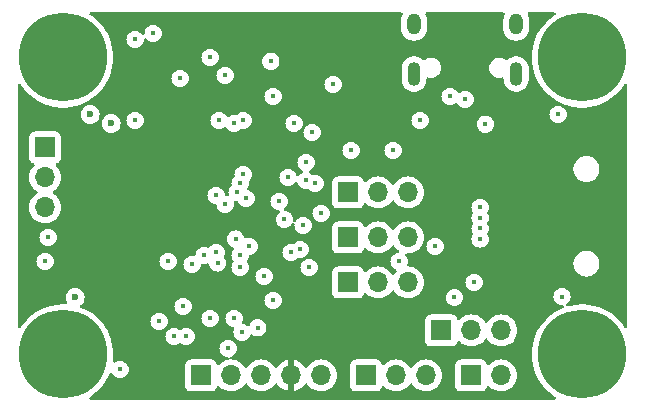
<source format=gbr>
%TF.GenerationSoftware,KiCad,Pcbnew,8.0.4*%
%TF.CreationDate,2024-11-29T22:22:18-05:00*%
%TF.ProjectId,SRSFC,53525346-432e-46b6-9963-61645f706362,V1.0*%
%TF.SameCoordinates,Original*%
%TF.FileFunction,Copper,L2,Inr*%
%TF.FilePolarity,Positive*%
%FSLAX46Y46*%
G04 Gerber Fmt 4.6, Leading zero omitted, Abs format (unit mm)*
G04 Created by KiCad (PCBNEW 8.0.4) date 2024-11-29 22:22:18*
%MOMM*%
%LPD*%
G01*
G04 APERTURE LIST*
%TA.AperFunction,ComponentPad*%
%ADD10R,1.700000X1.700000*%
%TD*%
%TA.AperFunction,ComponentPad*%
%ADD11O,1.700000X1.700000*%
%TD*%
%TA.AperFunction,ComponentPad*%
%ADD12O,1.100000X2.000000*%
%TD*%
%TA.AperFunction,ComponentPad*%
%ADD13O,1.200000X1.800000*%
%TD*%
%TA.AperFunction,ComponentPad*%
%ADD14C,7.500000*%
%TD*%
%TA.AperFunction,ViaPad*%
%ADD15C,0.450000*%
%TD*%
%TA.AperFunction,ViaPad*%
%ADD16C,0.600000*%
%TD*%
G04 APERTURE END LIST*
D10*
%TO.N,GND*%
%TO.C,J6*%
X147066000Y-101092000D03*
D11*
%TO.N,VCC*%
X149606000Y-101092000D03*
%TO.N,/servo_4*%
X152146000Y-101092000D03*
%TD*%
D10*
%TO.N,/SWCLK*%
%TO.C,J1*%
X134620000Y-112776000D03*
D11*
%TO.N,/SWDIO*%
X137160000Y-112776000D03*
%TO.N,GND*%
X139700000Y-112776000D03*
%TO.N,+3.3V*%
X142240000Y-112776000D03*
%TO.N,/boot0*%
X144780000Y-112776000D03*
%TD*%
D12*
%TO.N,GND*%
%TO.C,USB1*%
X161297000Y-87241500D03*
D13*
X161297000Y-83041500D03*
D12*
X152647000Y-87241500D03*
D13*
X152647000Y-83041500D03*
%TD*%
D10*
%TO.N,GND*%
%TO.C,J8*%
X121412000Y-93472000D03*
D11*
%TO.N,VCC*%
X121412000Y-96012000D03*
%TO.N,/IBUS_RX*%
X121412000Y-98552000D03*
%TD*%
D10*
%TO.N,GND*%
%TO.C,J3*%
X148590000Y-112776000D03*
D11*
%TO.N,VCC*%
X151130000Y-112776000D03*
%TO.N,/servo_1*%
X153670000Y-112776000D03*
%TD*%
D14*
%TO.N,N/C*%
%TO.C,H4*%
X166878000Y-110998000D03*
%TD*%
D10*
%TO.N,GND*%
%TO.C,J7*%
X147066000Y-97282000D03*
D11*
%TO.N,VCC*%
X149606000Y-97282000D03*
%TO.N,/servo_5*%
X152146000Y-97282000D03*
%TD*%
D10*
%TO.N,GND*%
%TO.C,J5*%
X147066000Y-104902000D03*
D11*
%TO.N,VCC*%
X149606000Y-104902000D03*
%TO.N,/servo_3*%
X152146000Y-104902000D03*
%TD*%
D10*
%TO.N,GND*%
%TO.C,J2*%
X157480000Y-112776000D03*
D11*
%TO.N,VCC*%
X160020000Y-112776000D03*
%TD*%
D14*
%TO.N,N/C*%
%TO.C,H3*%
X122936000Y-110998000D03*
%TD*%
D10*
%TO.N,GND*%
%TO.C,J4*%
X154955000Y-108966000D03*
D11*
%TO.N,VCC*%
X157495000Y-108966000D03*
%TO.N,/servo_2*%
X160035000Y-108966000D03*
%TD*%
D14*
%TO.N,N/C*%
%TO.C,H2*%
X166878000Y-85852000D03*
%TD*%
%TO.N,N/C*%
%TO.C,H1*%
X122936000Y-85852000D03*
%TD*%
D15*
%TO.N,GND*%
X136652000Y-87376000D03*
X158690000Y-91500000D03*
X135382000Y-85852000D03*
X141986000Y-96012000D03*
X150876000Y-93726000D03*
X153162000Y-91186000D03*
X147320000Y-93726000D03*
X121666000Y-101092000D03*
D16*
X125222000Y-90678000D03*
D15*
X127762000Y-112268000D03*
X135382000Y-107950000D03*
X121412000Y-103124000D03*
X142494000Y-91440000D03*
X132334000Y-109474000D03*
X137414000Y-107950000D03*
X164846000Y-90678000D03*
X129032000Y-84328000D03*
X143002000Y-102108000D03*
X144780000Y-99060000D03*
X129032000Y-91186000D03*
X144018000Y-92202000D03*
X145796000Y-88138000D03*
X140716000Y-89154000D03*
X132842000Y-87630000D03*
X165172000Y-106100000D03*
X154432000Y-101854000D03*
X140520793Y-86175316D03*
X130556000Y-83820000D03*
X157734000Y-104902000D03*
%TO.N,+3.3V*%
X131572000Y-113792000D03*
X135636000Y-87376000D03*
X134366000Y-85852000D03*
X121412000Y-104140000D03*
X141478000Y-93472000D03*
X149098000Y-89662000D03*
X141732000Y-90678000D03*
X143002000Y-92202000D03*
X142748000Y-98044000D03*
X135128000Y-109474000D03*
X138430000Y-107950000D03*
X128016000Y-91186000D03*
X154432000Y-99314000D03*
X145288000Y-101854000D03*
X141986000Y-85598000D03*
X148082000Y-85852000D03*
D16*
X122682000Y-90678000D03*
D15*
%TO.N,/servo_3*%
X135890000Y-97536000D03*
%TO.N,/servo_4*%
X136652000Y-98298000D03*
%TO.N,/SWCLK*%
X139954000Y-104394000D03*
X138078122Y-109122122D03*
X133350000Y-109474000D03*
X140716000Y-106426000D03*
%TO.N,/SWDIO*%
X136906000Y-110490000D03*
X136017000Y-103251000D03*
%TO.N,/boot0*%
X131064000Y-108204000D03*
%TO.N,/servo_5*%
X133858000Y-103378000D03*
X138430000Y-97790000D03*
X131826000Y-103124000D03*
%TO.N,/SDIO_D0*%
X139414250Y-108743750D03*
X133096000Y-106934000D03*
%TO.N,/SDIO_D3*%
X158242000Y-98552000D03*
X137922000Y-102616000D03*
%TO.N,/USB-*%
X134874000Y-102616000D03*
X156972000Y-89408000D03*
%TO.N,/USB+*%
X135890000Y-102362000D03*
X155702000Y-89154000D03*
%TO.N,/SPI_CS_LSM*%
X143256000Y-100076000D03*
X141224000Y-98044000D03*
%TO.N,/SPI_SCK_BMP*%
X143510000Y-94742000D03*
X138176000Y-91186000D03*
%TO.N,/SDIO_CMD*%
X137541000Y-101219000D03*
X158242000Y-101219000D03*
%TO.N,/SPI_MISO_BMP*%
X137414000Y-91440000D03*
X144272000Y-96520000D03*
%TO.N,/SDIO_SCK*%
X158242000Y-100330000D03*
X138684000Y-101854000D03*
%TO.N,/SPI_MOSI_BMP*%
X143510000Y-96266000D03*
X136144000Y-91186000D03*
%TO.N,/SD_CD*%
X143764000Y-103632000D03*
X151384000Y-103124000D03*
D16*
%TO.N,/IBUS_RX*%
X127000000Y-91440000D03*
D15*
%TO.N,/SDIO_D2*%
X137922000Y-103632000D03*
X158242000Y-99441000D03*
%TO.N,/SPI_MISO_LSM*%
X137922000Y-96520000D03*
X142240000Y-102362000D03*
%TO.N,/SPI_SCK_LSM*%
X141669182Y-99563302D03*
X137668000Y-97282000D03*
D16*
%TO.N,VCC*%
X123952000Y-106172000D03*
D15*
X156068998Y-106172000D03*
%TO.N,/servo_1*%
X138176000Y-95758000D03*
%TD*%
%TA.AperFunction,Conductor*%
%TO.N,+3.3V*%
G36*
X151636804Y-82054185D02*
G01*
X151682559Y-82106989D01*
X151692503Y-82176147D01*
X151680250Y-82214795D01*
X151627128Y-82319052D01*
X151573597Y-82483802D01*
X151546500Y-82654889D01*
X151546500Y-83428110D01*
X151566024Y-83551385D01*
X151573598Y-83599201D01*
X151627127Y-83763945D01*
X151705768Y-83918288D01*
X151807586Y-84058428D01*
X151930072Y-84180914D01*
X152070212Y-84282732D01*
X152224555Y-84361373D01*
X152389299Y-84414902D01*
X152560389Y-84442000D01*
X152560390Y-84442000D01*
X152733610Y-84442000D01*
X152733611Y-84442000D01*
X152904701Y-84414902D01*
X153069445Y-84361373D01*
X153223788Y-84282732D01*
X153363928Y-84180914D01*
X153486414Y-84058428D01*
X153588232Y-83918288D01*
X153666873Y-83763945D01*
X153720402Y-83599201D01*
X153747500Y-83428111D01*
X153747500Y-82654889D01*
X153720402Y-82483799D01*
X153666873Y-82319055D01*
X153613749Y-82214793D01*
X153600854Y-82146126D01*
X153627130Y-82081385D01*
X153684237Y-82041128D01*
X153724235Y-82034500D01*
X160219765Y-82034500D01*
X160286804Y-82054185D01*
X160332559Y-82106989D01*
X160342503Y-82176147D01*
X160330250Y-82214795D01*
X160277128Y-82319052D01*
X160223597Y-82483802D01*
X160196500Y-82654889D01*
X160196500Y-83428110D01*
X160216024Y-83551385D01*
X160223598Y-83599201D01*
X160277127Y-83763945D01*
X160355768Y-83918288D01*
X160457586Y-84058428D01*
X160580072Y-84180914D01*
X160720212Y-84282732D01*
X160874555Y-84361373D01*
X161039299Y-84414902D01*
X161210389Y-84442000D01*
X161210390Y-84442000D01*
X161383610Y-84442000D01*
X161383611Y-84442000D01*
X161554701Y-84414902D01*
X161719445Y-84361373D01*
X161873788Y-84282732D01*
X162013928Y-84180914D01*
X162136414Y-84058428D01*
X162238232Y-83918288D01*
X162316873Y-83763945D01*
X162370402Y-83599201D01*
X162397500Y-83428111D01*
X162397500Y-82654889D01*
X162370402Y-82483799D01*
X162316873Y-82319055D01*
X162263749Y-82214793D01*
X162250854Y-82146126D01*
X162277130Y-82081385D01*
X162334237Y-82041128D01*
X162374235Y-82034500D01*
X164533874Y-82034500D01*
X164600913Y-82054185D01*
X164646668Y-82106989D01*
X164656612Y-82176147D01*
X164627587Y-82239703D01*
X164600913Y-82262816D01*
X164409683Y-82385711D01*
X164409676Y-82385716D01*
X164409672Y-82385719D01*
X164170044Y-82574164D01*
X164091359Y-82636043D01*
X164091357Y-82636044D01*
X163798283Y-82915490D01*
X163798281Y-82915492D01*
X163533094Y-83221534D01*
X163533083Y-83221547D01*
X163298206Y-83551385D01*
X163298200Y-83551393D01*
X163095725Y-83902091D01*
X163095717Y-83902107D01*
X162927494Y-84270462D01*
X162927492Y-84270466D01*
X162795053Y-84653125D01*
X162795050Y-84653136D01*
X162699579Y-85046673D01*
X162641948Y-85447501D01*
X162622680Y-85852000D01*
X162641948Y-86256498D01*
X162699579Y-86657326D01*
X162795050Y-87050863D01*
X162795053Y-87050874D01*
X162927492Y-87433533D01*
X162927494Y-87433537D01*
X163095717Y-87801892D01*
X163095725Y-87801908D01*
X163298200Y-88152606D01*
X163298206Y-88152614D01*
X163533083Y-88482452D01*
X163533092Y-88482462D01*
X163533093Y-88482464D01*
X163798280Y-88788507D01*
X164091358Y-89067956D01*
X164409672Y-89318281D01*
X164750340Y-89537215D01*
X165110276Y-89722775D01*
X165110281Y-89722777D01*
X165110283Y-89722778D01*
X165297444Y-89797706D01*
X165486221Y-89873281D01*
X165486229Y-89873283D01*
X165486231Y-89873284D01*
X165552118Y-89892630D01*
X165874770Y-89987369D01*
X166045165Y-90020210D01*
X166190307Y-90048184D01*
X166272405Y-90064007D01*
X166675524Y-90102500D01*
X166675530Y-90102500D01*
X167080470Y-90102500D01*
X167080476Y-90102500D01*
X167483595Y-90064007D01*
X167881230Y-89987369D01*
X168269779Y-89873281D01*
X168645724Y-89722775D01*
X169005660Y-89537215D01*
X169346328Y-89318281D01*
X169664642Y-89067956D01*
X169957720Y-88788507D01*
X170222907Y-88482464D01*
X170242625Y-88454775D01*
X170457793Y-88152614D01*
X170457794Y-88152612D01*
X170457803Y-88152600D01*
X170464113Y-88141669D01*
X170514679Y-88093455D01*
X170583286Y-88080231D01*
X170648151Y-88106199D01*
X170688680Y-88163113D01*
X170695500Y-88203670D01*
X170695500Y-108646329D01*
X170675815Y-108713368D01*
X170623011Y-108759123D01*
X170553853Y-108769067D01*
X170490297Y-108740042D01*
X170464115Y-108708334D01*
X170457803Y-108697400D01*
X170457798Y-108697393D01*
X170457793Y-108697384D01*
X170222916Y-108367547D01*
X170222905Y-108367534D01*
X169957720Y-108061493D01*
X169664642Y-107782044D01*
X169346328Y-107531719D01*
X169005660Y-107312785D01*
X168645724Y-107127225D01*
X168645723Y-107127224D01*
X168645720Y-107127223D01*
X168645716Y-107127221D01*
X168269780Y-106976719D01*
X168269768Y-106976715D01*
X167881235Y-106862632D01*
X167881218Y-106862628D01*
X167483610Y-106785995D01*
X167483598Y-106785993D01*
X167332225Y-106771539D01*
X167080476Y-106747500D01*
X166675524Y-106747500D01*
X166433652Y-106770595D01*
X166272401Y-106785993D01*
X166272389Y-106785995D01*
X165874781Y-106862628D01*
X165874757Y-106862633D01*
X165695501Y-106915267D01*
X165625631Y-106915267D01*
X165566853Y-106877492D01*
X165537829Y-106813936D01*
X165547773Y-106744778D01*
X165593528Y-106691974D01*
X165594473Y-106691374D01*
X165627204Y-106670808D01*
X165742808Y-106555204D01*
X165829789Y-106416775D01*
X165883786Y-106262461D01*
X165884327Y-106257659D01*
X165902091Y-106100003D01*
X165902091Y-106099996D01*
X165883787Y-105937544D01*
X165883786Y-105937542D01*
X165883786Y-105937539D01*
X165829789Y-105783225D01*
X165742808Y-105644796D01*
X165627204Y-105529192D01*
X165517427Y-105460214D01*
X165488774Y-105442210D01*
X165334455Y-105388212D01*
X165172004Y-105369909D01*
X165171996Y-105369909D01*
X165009544Y-105388212D01*
X164855225Y-105442210D01*
X164716795Y-105529192D01*
X164601192Y-105644795D01*
X164514210Y-105783225D01*
X164460212Y-105937544D01*
X164441909Y-106099996D01*
X164441909Y-106100003D01*
X164460212Y-106262455D01*
X164514210Y-106416774D01*
X164559451Y-106488774D01*
X164601192Y-106555204D01*
X164716796Y-106670808D01*
X164855225Y-106757789D01*
X165009539Y-106811786D01*
X165009542Y-106811786D01*
X165009544Y-106811787D01*
X165171996Y-106830091D01*
X165172000Y-106830091D01*
X165207027Y-106826144D01*
X165275847Y-106838198D01*
X165327228Y-106885546D01*
X165344853Y-106953156D01*
X165323128Y-107019562D01*
X165268949Y-107063681D01*
X165266998Y-107064481D01*
X165110294Y-107127216D01*
X165110279Y-107127223D01*
X164750343Y-107312783D01*
X164409683Y-107531711D01*
X164409676Y-107531716D01*
X164409672Y-107531719D01*
X164205739Y-107692094D01*
X164091359Y-107782043D01*
X164091357Y-107782044D01*
X163798283Y-108061490D01*
X163798281Y-108061492D01*
X163533094Y-108367534D01*
X163533083Y-108367547D01*
X163298206Y-108697385D01*
X163298200Y-108697393D01*
X163095725Y-109048091D01*
X163095717Y-109048107D01*
X162927494Y-109416462D01*
X162927492Y-109416466D01*
X162795053Y-109799125D01*
X162795050Y-109799136D01*
X162699579Y-110192673D01*
X162641948Y-110593501D01*
X162622680Y-110998000D01*
X162641948Y-111402498D01*
X162699579Y-111803326D01*
X162795050Y-112196863D01*
X162795053Y-112196874D01*
X162927492Y-112579533D01*
X162927494Y-112579537D01*
X163095717Y-112947892D01*
X163095725Y-112947908D01*
X163298200Y-113298606D01*
X163298206Y-113298614D01*
X163533083Y-113628452D01*
X163533092Y-113628462D01*
X163533093Y-113628464D01*
X163798280Y-113934507D01*
X164091358Y-114213956D01*
X164409672Y-114464281D01*
X164409683Y-114464288D01*
X164600913Y-114587184D01*
X164646668Y-114639988D01*
X164656612Y-114709147D01*
X164627587Y-114772703D01*
X164568809Y-114810477D01*
X164533874Y-114815500D01*
X125280126Y-114815500D01*
X125213087Y-114795815D01*
X125167332Y-114743011D01*
X125157388Y-114673853D01*
X125186413Y-114610297D01*
X125213087Y-114587184D01*
X125264791Y-114553956D01*
X125404328Y-114464281D01*
X125722642Y-114213956D01*
X126015720Y-113934507D01*
X126280907Y-113628464D01*
X126308693Y-113589445D01*
X126515793Y-113298614D01*
X126515799Y-113298606D01*
X126515800Y-113298603D01*
X126515803Y-113298600D01*
X126718279Y-112947900D01*
X126881427Y-112590655D01*
X126927180Y-112537854D01*
X126994220Y-112518169D01*
X127061259Y-112537853D01*
X127098607Y-112580071D01*
X127100506Y-112578879D01*
X127183005Y-112710174D01*
X127191192Y-112723204D01*
X127306796Y-112838808D01*
X127445225Y-112925789D01*
X127599539Y-112979786D01*
X127599542Y-112979786D01*
X127599544Y-112979787D01*
X127761996Y-112998091D01*
X127762000Y-112998091D01*
X127762004Y-112998091D01*
X127924455Y-112979787D01*
X127924456Y-112979786D01*
X127924461Y-112979786D01*
X128078775Y-112925789D01*
X128217204Y-112838808D01*
X128332808Y-112723204D01*
X128419789Y-112584775D01*
X128473786Y-112430461D01*
X128473787Y-112430455D01*
X128492091Y-112268003D01*
X128492091Y-112267996D01*
X128473787Y-112105544D01*
X128473786Y-112105542D01*
X128473786Y-112105539D01*
X128419789Y-111951225D01*
X128373863Y-111878135D01*
X133269500Y-111878135D01*
X133269500Y-113673870D01*
X133269501Y-113673876D01*
X133275908Y-113733483D01*
X133326202Y-113868328D01*
X133326206Y-113868335D01*
X133412452Y-113983544D01*
X133412455Y-113983547D01*
X133527664Y-114069793D01*
X133527671Y-114069797D01*
X133662517Y-114120091D01*
X133662516Y-114120091D01*
X133669444Y-114120835D01*
X133722127Y-114126500D01*
X135517872Y-114126499D01*
X135577483Y-114120091D01*
X135712331Y-114069796D01*
X135827546Y-113983546D01*
X135913796Y-113868331D01*
X135962810Y-113736916D01*
X136004681Y-113680984D01*
X136070145Y-113656566D01*
X136138418Y-113671417D01*
X136166673Y-113692569D01*
X136288599Y-113814495D01*
X136385384Y-113882265D01*
X136482165Y-113950032D01*
X136482167Y-113950033D01*
X136482170Y-113950035D01*
X136696337Y-114049903D01*
X136924592Y-114111063D01*
X137101034Y-114126500D01*
X137159999Y-114131659D01*
X137160000Y-114131659D01*
X137160001Y-114131659D01*
X137218966Y-114126500D01*
X137395408Y-114111063D01*
X137623663Y-114049903D01*
X137837830Y-113950035D01*
X138031401Y-113814495D01*
X138198495Y-113647401D01*
X138328425Y-113461842D01*
X138383002Y-113418217D01*
X138452500Y-113411023D01*
X138514855Y-113442546D01*
X138531575Y-113461842D01*
X138661500Y-113647395D01*
X138661505Y-113647401D01*
X138828599Y-113814495D01*
X138925384Y-113882265D01*
X139022165Y-113950032D01*
X139022167Y-113950033D01*
X139022170Y-113950035D01*
X139236337Y-114049903D01*
X139464592Y-114111063D01*
X139641034Y-114126500D01*
X139699999Y-114131659D01*
X139700000Y-114131659D01*
X139700001Y-114131659D01*
X139758966Y-114126500D01*
X139935408Y-114111063D01*
X140163663Y-114049903D01*
X140377830Y-113950035D01*
X140571401Y-113814495D01*
X140738495Y-113647401D01*
X140868730Y-113461405D01*
X140923307Y-113417781D01*
X140992805Y-113410587D01*
X141055160Y-113442110D01*
X141071879Y-113461405D01*
X141201890Y-113647078D01*
X141368917Y-113814105D01*
X141562421Y-113949600D01*
X141776507Y-114049429D01*
X141776516Y-114049433D01*
X141990000Y-114106634D01*
X141990000Y-113209012D01*
X142047007Y-113241925D01*
X142174174Y-113276000D01*
X142305826Y-113276000D01*
X142432993Y-113241925D01*
X142490000Y-113209012D01*
X142490000Y-114106633D01*
X142703483Y-114049433D01*
X142703492Y-114049429D01*
X142917578Y-113949600D01*
X143111082Y-113814105D01*
X143278105Y-113647082D01*
X143408119Y-113461405D01*
X143462696Y-113417781D01*
X143532195Y-113410588D01*
X143594549Y-113442110D01*
X143611269Y-113461405D01*
X143741505Y-113647401D01*
X143908599Y-113814495D01*
X144005384Y-113882265D01*
X144102165Y-113950032D01*
X144102167Y-113950033D01*
X144102170Y-113950035D01*
X144316337Y-114049903D01*
X144544592Y-114111063D01*
X144721034Y-114126500D01*
X144779999Y-114131659D01*
X144780000Y-114131659D01*
X144780001Y-114131659D01*
X144838966Y-114126500D01*
X145015408Y-114111063D01*
X145243663Y-114049903D01*
X145457830Y-113950035D01*
X145651401Y-113814495D01*
X145818495Y-113647401D01*
X145954035Y-113453830D01*
X146053903Y-113239663D01*
X146115063Y-113011408D01*
X146135659Y-112776000D01*
X146115063Y-112540592D01*
X146053903Y-112312337D01*
X145954035Y-112098171D01*
X145948731Y-112090595D01*
X145818494Y-111904597D01*
X145792032Y-111878135D01*
X147239500Y-111878135D01*
X147239500Y-113673870D01*
X147239501Y-113673876D01*
X147245908Y-113733483D01*
X147296202Y-113868328D01*
X147296206Y-113868335D01*
X147382452Y-113983544D01*
X147382455Y-113983547D01*
X147497664Y-114069793D01*
X147497671Y-114069797D01*
X147632517Y-114120091D01*
X147632516Y-114120091D01*
X147639444Y-114120835D01*
X147692127Y-114126500D01*
X149487872Y-114126499D01*
X149547483Y-114120091D01*
X149682331Y-114069796D01*
X149797546Y-113983546D01*
X149883796Y-113868331D01*
X149932810Y-113736916D01*
X149974681Y-113680984D01*
X150040145Y-113656566D01*
X150108418Y-113671417D01*
X150136673Y-113692569D01*
X150258599Y-113814495D01*
X150355384Y-113882265D01*
X150452165Y-113950032D01*
X150452167Y-113950033D01*
X150452170Y-113950035D01*
X150666337Y-114049903D01*
X150894592Y-114111063D01*
X151071034Y-114126500D01*
X151129999Y-114131659D01*
X151130000Y-114131659D01*
X151130001Y-114131659D01*
X151188966Y-114126500D01*
X151365408Y-114111063D01*
X151593663Y-114049903D01*
X151807830Y-113950035D01*
X152001401Y-113814495D01*
X152168495Y-113647401D01*
X152298425Y-113461842D01*
X152353002Y-113418217D01*
X152422500Y-113411023D01*
X152484855Y-113442546D01*
X152501575Y-113461842D01*
X152631500Y-113647395D01*
X152631505Y-113647401D01*
X152798599Y-113814495D01*
X152895384Y-113882265D01*
X152992165Y-113950032D01*
X152992167Y-113950033D01*
X152992170Y-113950035D01*
X153206337Y-114049903D01*
X153434592Y-114111063D01*
X153611034Y-114126500D01*
X153669999Y-114131659D01*
X153670000Y-114131659D01*
X153670001Y-114131659D01*
X153728966Y-114126500D01*
X153905408Y-114111063D01*
X154133663Y-114049903D01*
X154347830Y-113950035D01*
X154541401Y-113814495D01*
X154708495Y-113647401D01*
X154844035Y-113453830D01*
X154943903Y-113239663D01*
X155005063Y-113011408D01*
X155025659Y-112776000D01*
X155005063Y-112540592D01*
X154943903Y-112312337D01*
X154844035Y-112098171D01*
X154838731Y-112090595D01*
X154708494Y-111904597D01*
X154682032Y-111878135D01*
X156129500Y-111878135D01*
X156129500Y-113673870D01*
X156129501Y-113673876D01*
X156135908Y-113733483D01*
X156186202Y-113868328D01*
X156186206Y-113868335D01*
X156272452Y-113983544D01*
X156272455Y-113983547D01*
X156387664Y-114069793D01*
X156387671Y-114069797D01*
X156522517Y-114120091D01*
X156522516Y-114120091D01*
X156529444Y-114120835D01*
X156582127Y-114126500D01*
X158377872Y-114126499D01*
X158437483Y-114120091D01*
X158572331Y-114069796D01*
X158687546Y-113983546D01*
X158773796Y-113868331D01*
X158822810Y-113736916D01*
X158864681Y-113680984D01*
X158930145Y-113656566D01*
X158998418Y-113671417D01*
X159026673Y-113692569D01*
X159148599Y-113814495D01*
X159245384Y-113882265D01*
X159342165Y-113950032D01*
X159342167Y-113950033D01*
X159342170Y-113950035D01*
X159556337Y-114049903D01*
X159784592Y-114111063D01*
X159961034Y-114126500D01*
X160019999Y-114131659D01*
X160020000Y-114131659D01*
X160020001Y-114131659D01*
X160078966Y-114126500D01*
X160255408Y-114111063D01*
X160483663Y-114049903D01*
X160697830Y-113950035D01*
X160891401Y-113814495D01*
X161058495Y-113647401D01*
X161194035Y-113453830D01*
X161293903Y-113239663D01*
X161355063Y-113011408D01*
X161375659Y-112776000D01*
X161355063Y-112540592D01*
X161293903Y-112312337D01*
X161194035Y-112098171D01*
X161188731Y-112090595D01*
X161058494Y-111904597D01*
X160891402Y-111737506D01*
X160891395Y-111737501D01*
X160697834Y-111601967D01*
X160697830Y-111601965D01*
X160697828Y-111601964D01*
X160483663Y-111502097D01*
X160483659Y-111502096D01*
X160483655Y-111502094D01*
X160255413Y-111440938D01*
X160255403Y-111440936D01*
X160020001Y-111420341D01*
X160019999Y-111420341D01*
X159784596Y-111440936D01*
X159784586Y-111440938D01*
X159556344Y-111502094D01*
X159556335Y-111502098D01*
X159342171Y-111601964D01*
X159342169Y-111601965D01*
X159148600Y-111737503D01*
X159026673Y-111859430D01*
X158965350Y-111892914D01*
X158895658Y-111887930D01*
X158839725Y-111846058D01*
X158822810Y-111815081D01*
X158773797Y-111683671D01*
X158773793Y-111683664D01*
X158687547Y-111568455D01*
X158687544Y-111568452D01*
X158572335Y-111482206D01*
X158572328Y-111482202D01*
X158437482Y-111431908D01*
X158437483Y-111431908D01*
X158377883Y-111425501D01*
X158377881Y-111425500D01*
X158377873Y-111425500D01*
X158377864Y-111425500D01*
X156582129Y-111425500D01*
X156582123Y-111425501D01*
X156522516Y-111431908D01*
X156387671Y-111482202D01*
X156387664Y-111482206D01*
X156272455Y-111568452D01*
X156272452Y-111568455D01*
X156186206Y-111683664D01*
X156186202Y-111683671D01*
X156135908Y-111818517D01*
X156129501Y-111878116D01*
X156129500Y-111878135D01*
X154682032Y-111878135D01*
X154541402Y-111737506D01*
X154541395Y-111737501D01*
X154347834Y-111601967D01*
X154347830Y-111601965D01*
X154347828Y-111601964D01*
X154133663Y-111502097D01*
X154133659Y-111502096D01*
X154133655Y-111502094D01*
X153905413Y-111440938D01*
X153905403Y-111440936D01*
X153670001Y-111420341D01*
X153669999Y-111420341D01*
X153434596Y-111440936D01*
X153434586Y-111440938D01*
X153206344Y-111502094D01*
X153206335Y-111502098D01*
X152992171Y-111601964D01*
X152992169Y-111601965D01*
X152798597Y-111737505D01*
X152631505Y-111904597D01*
X152501575Y-112090158D01*
X152446998Y-112133783D01*
X152377500Y-112140977D01*
X152315145Y-112109454D01*
X152298425Y-112090158D01*
X152168494Y-111904597D01*
X152001402Y-111737506D01*
X152001395Y-111737501D01*
X151807834Y-111601967D01*
X151807830Y-111601965D01*
X151807828Y-111601964D01*
X151593663Y-111502097D01*
X151593659Y-111502096D01*
X151593655Y-111502094D01*
X151365413Y-111440938D01*
X151365403Y-111440936D01*
X151130001Y-111420341D01*
X151129999Y-111420341D01*
X150894596Y-111440936D01*
X150894586Y-111440938D01*
X150666344Y-111502094D01*
X150666335Y-111502098D01*
X150452171Y-111601964D01*
X150452169Y-111601965D01*
X150258600Y-111737503D01*
X150136673Y-111859430D01*
X150075350Y-111892914D01*
X150005658Y-111887930D01*
X149949725Y-111846058D01*
X149932810Y-111815081D01*
X149883797Y-111683671D01*
X149883793Y-111683664D01*
X149797547Y-111568455D01*
X149797544Y-111568452D01*
X149682335Y-111482206D01*
X149682328Y-111482202D01*
X149547482Y-111431908D01*
X149547483Y-111431908D01*
X149487883Y-111425501D01*
X149487881Y-111425500D01*
X149487873Y-111425500D01*
X149487864Y-111425500D01*
X147692129Y-111425500D01*
X147692123Y-111425501D01*
X147632516Y-111431908D01*
X147497671Y-111482202D01*
X147497664Y-111482206D01*
X147382455Y-111568452D01*
X147382452Y-111568455D01*
X147296206Y-111683664D01*
X147296202Y-111683671D01*
X147245908Y-111818517D01*
X147239501Y-111878116D01*
X147239500Y-111878135D01*
X145792032Y-111878135D01*
X145651402Y-111737506D01*
X145651395Y-111737501D01*
X145457834Y-111601967D01*
X145457830Y-111601965D01*
X145457828Y-111601964D01*
X145243663Y-111502097D01*
X145243659Y-111502096D01*
X145243655Y-111502094D01*
X145015413Y-111440938D01*
X145015403Y-111440936D01*
X144780001Y-111420341D01*
X144779999Y-111420341D01*
X144544596Y-111440936D01*
X144544586Y-111440938D01*
X144316344Y-111502094D01*
X144316335Y-111502098D01*
X144102171Y-111601964D01*
X144102169Y-111601965D01*
X143908597Y-111737505D01*
X143741508Y-111904594D01*
X143611269Y-112090595D01*
X143556692Y-112134219D01*
X143487193Y-112141412D01*
X143424839Y-112109890D01*
X143408119Y-112090594D01*
X143278113Y-111904926D01*
X143278108Y-111904920D01*
X143111082Y-111737894D01*
X142917578Y-111602399D01*
X142703492Y-111502570D01*
X142703486Y-111502567D01*
X142490000Y-111445364D01*
X142490000Y-112342988D01*
X142432993Y-112310075D01*
X142305826Y-112276000D01*
X142174174Y-112276000D01*
X142047007Y-112310075D01*
X141990000Y-112342988D01*
X141990000Y-111445364D01*
X141989999Y-111445364D01*
X141776513Y-111502567D01*
X141776507Y-111502570D01*
X141562422Y-111602399D01*
X141562420Y-111602400D01*
X141368926Y-111737886D01*
X141368920Y-111737891D01*
X141201891Y-111904920D01*
X141201890Y-111904922D01*
X141071880Y-112090595D01*
X141017303Y-112134219D01*
X140947804Y-112141412D01*
X140885450Y-112109890D01*
X140868730Y-112090594D01*
X140738494Y-111904597D01*
X140571402Y-111737506D01*
X140571395Y-111737501D01*
X140377834Y-111601967D01*
X140377830Y-111601965D01*
X140377828Y-111601964D01*
X140163663Y-111502097D01*
X140163659Y-111502096D01*
X140163655Y-111502094D01*
X139935413Y-111440938D01*
X139935403Y-111440936D01*
X139700001Y-111420341D01*
X139699999Y-111420341D01*
X139464596Y-111440936D01*
X139464586Y-111440938D01*
X139236344Y-111502094D01*
X139236335Y-111502098D01*
X139022171Y-111601964D01*
X139022169Y-111601965D01*
X138828597Y-111737505D01*
X138661505Y-111904597D01*
X138531575Y-112090158D01*
X138476998Y-112133783D01*
X138407500Y-112140977D01*
X138345145Y-112109454D01*
X138328425Y-112090158D01*
X138198494Y-111904597D01*
X138031402Y-111737506D01*
X138031395Y-111737501D01*
X137837834Y-111601967D01*
X137837830Y-111601965D01*
X137837828Y-111601964D01*
X137623663Y-111502097D01*
X137623659Y-111502096D01*
X137623655Y-111502094D01*
X137395413Y-111440938D01*
X137395403Y-111440936D01*
X137161217Y-111420447D01*
X137096149Y-111394994D01*
X137055170Y-111338403D01*
X137051292Y-111268641D01*
X137085746Y-111207857D01*
X137131068Y-111179878D01*
X137222775Y-111147789D01*
X137361204Y-111060808D01*
X137476808Y-110945204D01*
X137563789Y-110806775D01*
X137617786Y-110652461D01*
X137624429Y-110593506D01*
X137636091Y-110490003D01*
X137636091Y-110489996D01*
X137617787Y-110327544D01*
X137617786Y-110327542D01*
X137617786Y-110327539D01*
X137563789Y-110173225D01*
X137476808Y-110034796D01*
X137361204Y-109919192D01*
X137284482Y-109870984D01*
X137222774Y-109832210D01*
X137068455Y-109778212D01*
X136906004Y-109759909D01*
X136905996Y-109759909D01*
X136743544Y-109778212D01*
X136589225Y-109832210D01*
X136450795Y-109919192D01*
X136335192Y-110034795D01*
X136248210Y-110173225D01*
X136194212Y-110327544D01*
X136175909Y-110489996D01*
X136175909Y-110490003D01*
X136194212Y-110652455D01*
X136248210Y-110806774D01*
X136248211Y-110806775D01*
X136335192Y-110945204D01*
X136450796Y-111060808D01*
X136589225Y-111147789D01*
X136743539Y-111201786D01*
X136743542Y-111201786D01*
X136743544Y-111201787D01*
X136848075Y-111213565D01*
X136912489Y-111240631D01*
X136952045Y-111298226D01*
X136954182Y-111368063D01*
X136918224Y-111427970D01*
X136866285Y-111456560D01*
X136696344Y-111502094D01*
X136696335Y-111502098D01*
X136482171Y-111601964D01*
X136482169Y-111601965D01*
X136288600Y-111737503D01*
X136166673Y-111859430D01*
X136105350Y-111892914D01*
X136035658Y-111887930D01*
X135979725Y-111846058D01*
X135962810Y-111815081D01*
X135913797Y-111683671D01*
X135913793Y-111683664D01*
X135827547Y-111568455D01*
X135827544Y-111568452D01*
X135712335Y-111482206D01*
X135712328Y-111482202D01*
X135577482Y-111431908D01*
X135577483Y-111431908D01*
X135517883Y-111425501D01*
X135517881Y-111425500D01*
X135517873Y-111425500D01*
X135517864Y-111425500D01*
X133722129Y-111425500D01*
X133722123Y-111425501D01*
X133662516Y-111431908D01*
X133527671Y-111482202D01*
X133527664Y-111482206D01*
X133412455Y-111568452D01*
X133412452Y-111568455D01*
X133326206Y-111683664D01*
X133326202Y-111683671D01*
X133275908Y-111818517D01*
X133269501Y-111878116D01*
X133269500Y-111878135D01*
X128373863Y-111878135D01*
X128332808Y-111812796D01*
X128217204Y-111697192D01*
X128195674Y-111683664D01*
X128078774Y-111610210D01*
X127924455Y-111556212D01*
X127762004Y-111537909D01*
X127761996Y-111537909D01*
X127599544Y-111556212D01*
X127445225Y-111610210D01*
X127338926Y-111677003D01*
X127271689Y-111696003D01*
X127204854Y-111675635D01*
X127159640Y-111622367D01*
X127150216Y-111554364D01*
X127172052Y-111402494D01*
X127191320Y-110998000D01*
X127172052Y-110593506D01*
X127114421Y-110192675D01*
X127018950Y-109799138D01*
X127016056Y-109790775D01*
X126906418Y-109473996D01*
X131603909Y-109473996D01*
X131603909Y-109474003D01*
X131622212Y-109636455D01*
X131676210Y-109790774D01*
X131726610Y-109870984D01*
X131763192Y-109929204D01*
X131878796Y-110044808D01*
X132017225Y-110131789D01*
X132171539Y-110185786D01*
X132171542Y-110185786D01*
X132171544Y-110185787D01*
X132333996Y-110204091D01*
X132334000Y-110204091D01*
X132334004Y-110204091D01*
X132496455Y-110185787D01*
X132496456Y-110185786D01*
X132496461Y-110185786D01*
X132650775Y-110131789D01*
X132776028Y-110053086D01*
X132843264Y-110034086D01*
X132907970Y-110053086D01*
X133033225Y-110131789D01*
X133187539Y-110185786D01*
X133187542Y-110185786D01*
X133187544Y-110185787D01*
X133349996Y-110204091D01*
X133350000Y-110204091D01*
X133350004Y-110204091D01*
X133512455Y-110185787D01*
X133512456Y-110185786D01*
X133512461Y-110185786D01*
X133666775Y-110131789D01*
X133805204Y-110044808D01*
X133920808Y-109929204D01*
X134007789Y-109790775D01*
X134061786Y-109636461D01*
X134064693Y-109610664D01*
X134080091Y-109474003D01*
X134080091Y-109473996D01*
X134061787Y-109311544D01*
X134061786Y-109311542D01*
X134061786Y-109311539D01*
X134007789Y-109157225D01*
X133920808Y-109018796D01*
X133805204Y-108903192D01*
X133739312Y-108861789D01*
X133666774Y-108816210D01*
X133512455Y-108762212D01*
X133350004Y-108743909D01*
X133349996Y-108743909D01*
X133187544Y-108762212D01*
X133033225Y-108816210D01*
X132907972Y-108894913D01*
X132840736Y-108913913D01*
X132776028Y-108894913D01*
X132650774Y-108816210D01*
X132496455Y-108762212D01*
X132334004Y-108743909D01*
X132333996Y-108743909D01*
X132171544Y-108762212D01*
X132017225Y-108816210D01*
X131878795Y-108903192D01*
X131763192Y-109018795D01*
X131676210Y-109157225D01*
X131622212Y-109311544D01*
X131603909Y-109473996D01*
X126906418Y-109473996D01*
X126886507Y-109416466D01*
X126886505Y-109416462D01*
X126839966Y-109314557D01*
X126718279Y-109048100D01*
X126701360Y-109018796D01*
X126515799Y-108697393D01*
X126515793Y-108697385D01*
X126280916Y-108367547D01*
X126280905Y-108367534D01*
X126139199Y-108203996D01*
X130333909Y-108203996D01*
X130333909Y-108204003D01*
X130352212Y-108366455D01*
X130352213Y-108366460D01*
X130352214Y-108366461D01*
X130352590Y-108367536D01*
X130406210Y-108520774D01*
X130444238Y-108581294D01*
X130493192Y-108659204D01*
X130608796Y-108774808D01*
X130747225Y-108861789D01*
X130901539Y-108915786D01*
X130901542Y-108915786D01*
X130901544Y-108915787D01*
X131063996Y-108934091D01*
X131064000Y-108934091D01*
X131064004Y-108934091D01*
X131226455Y-108915787D01*
X131226456Y-108915786D01*
X131226461Y-108915786D01*
X131380775Y-108861789D01*
X131519204Y-108774808D01*
X131634808Y-108659204D01*
X131721789Y-108520775D01*
X131775786Y-108366461D01*
X131780595Y-108323783D01*
X131794091Y-108204003D01*
X131794091Y-108203996D01*
X131775787Y-108041544D01*
X131775786Y-108041542D01*
X131775786Y-108041539D01*
X131743754Y-107949996D01*
X134651909Y-107949996D01*
X134651909Y-107950003D01*
X134670212Y-108112455D01*
X134724210Y-108266774D01*
X134787530Y-108367547D01*
X134811192Y-108405204D01*
X134926796Y-108520808D01*
X135065225Y-108607789D01*
X135219539Y-108661786D01*
X135219542Y-108661786D01*
X135219544Y-108661787D01*
X135381996Y-108680091D01*
X135382000Y-108680091D01*
X135382004Y-108680091D01*
X135544455Y-108661787D01*
X135544456Y-108661786D01*
X135544461Y-108661786D01*
X135698775Y-108607789D01*
X135837204Y-108520808D01*
X135952808Y-108405204D01*
X136039789Y-108266775D01*
X136093786Y-108112461D01*
X136097677Y-108077930D01*
X136112091Y-107950003D01*
X136112091Y-107949996D01*
X136683909Y-107949996D01*
X136683909Y-107950003D01*
X136702212Y-108112455D01*
X136756210Y-108266774D01*
X136819530Y-108367547D01*
X136843192Y-108405204D01*
X136958796Y-108520808D01*
X137097225Y-108607789D01*
X137251539Y-108661786D01*
X137251543Y-108661786D01*
X137251545Y-108661787D01*
X137307744Y-108668119D01*
X137372158Y-108695185D01*
X137411714Y-108752779D01*
X137413853Y-108822616D01*
X137410904Y-108832293D01*
X137366334Y-108959666D01*
X137348031Y-109122118D01*
X137348031Y-109122125D01*
X137366334Y-109284577D01*
X137366335Y-109284582D01*
X137366336Y-109284583D01*
X137371188Y-109298448D01*
X137420332Y-109438896D01*
X137507314Y-109577326D01*
X137622918Y-109692930D01*
X137761347Y-109779911D01*
X137915661Y-109833908D01*
X137915664Y-109833908D01*
X137915666Y-109833909D01*
X138078118Y-109852213D01*
X138078122Y-109852213D01*
X138078126Y-109852213D01*
X138240577Y-109833909D01*
X138240578Y-109833908D01*
X138240583Y-109833908D01*
X138394897Y-109779911D01*
X138533326Y-109692930D01*
X138648930Y-109577326D01*
X138735911Y-109438897D01*
X138760888Y-109367516D01*
X138801608Y-109310741D01*
X138866560Y-109284993D01*
X138935122Y-109298448D01*
X138955243Y-109311525D01*
X138959045Y-109314557D01*
X138959046Y-109314558D01*
X139097475Y-109401539D01*
X139251789Y-109455536D01*
X139251792Y-109455536D01*
X139251794Y-109455537D01*
X139414246Y-109473841D01*
X139414250Y-109473841D01*
X139414254Y-109473841D01*
X139576705Y-109455537D01*
X139576706Y-109455536D01*
X139576711Y-109455536D01*
X139731025Y-109401539D01*
X139869454Y-109314558D01*
X139985058Y-109198954D01*
X140072039Y-109060525D01*
X140126036Y-108906211D01*
X140141410Y-108769767D01*
X140144341Y-108743753D01*
X140144341Y-108743746D01*
X140126037Y-108581294D01*
X140126036Y-108581292D01*
X140126036Y-108581289D01*
X140072039Y-108426975D01*
X139985058Y-108288546D01*
X139869454Y-108172942D01*
X139731024Y-108085960D01*
X139680083Y-108068135D01*
X153604500Y-108068135D01*
X153604500Y-109863870D01*
X153604501Y-109863876D01*
X153610908Y-109923483D01*
X153661202Y-110058328D01*
X153661206Y-110058335D01*
X153747452Y-110173544D01*
X153747455Y-110173547D01*
X153862664Y-110259793D01*
X153862671Y-110259797D01*
X153997517Y-110310091D01*
X153997516Y-110310091D01*
X154004444Y-110310835D01*
X154057127Y-110316500D01*
X155852872Y-110316499D01*
X155912483Y-110310091D01*
X156047331Y-110259796D01*
X156162546Y-110173546D01*
X156248796Y-110058331D01*
X156297810Y-109926916D01*
X156339681Y-109870984D01*
X156405145Y-109846566D01*
X156473418Y-109861417D01*
X156501673Y-109882569D01*
X156623599Y-110004495D01*
X156720384Y-110072265D01*
X156817165Y-110140032D01*
X156817167Y-110140033D01*
X156817170Y-110140035D01*
X157031337Y-110239903D01*
X157259592Y-110301063D01*
X157436034Y-110316500D01*
X157494999Y-110321659D01*
X157495000Y-110321659D01*
X157495001Y-110321659D01*
X157553966Y-110316500D01*
X157730408Y-110301063D01*
X157958663Y-110239903D01*
X158172830Y-110140035D01*
X158366401Y-110004495D01*
X158533495Y-109837401D01*
X158663425Y-109651842D01*
X158718002Y-109608217D01*
X158787500Y-109601023D01*
X158849855Y-109632546D01*
X158866575Y-109651842D01*
X158996500Y-109837395D01*
X158996505Y-109837401D01*
X159163599Y-110004495D01*
X159260384Y-110072265D01*
X159357165Y-110140032D01*
X159357167Y-110140033D01*
X159357170Y-110140035D01*
X159571337Y-110239903D01*
X159799592Y-110301063D01*
X159976034Y-110316500D01*
X160034999Y-110321659D01*
X160035000Y-110321659D01*
X160035001Y-110321659D01*
X160093966Y-110316500D01*
X160270408Y-110301063D01*
X160498663Y-110239903D01*
X160712830Y-110140035D01*
X160906401Y-110004495D01*
X161073495Y-109837401D01*
X161209035Y-109643830D01*
X161308903Y-109429663D01*
X161370063Y-109201408D01*
X161390659Y-108966000D01*
X161370063Y-108730592D01*
X161308903Y-108502337D01*
X161209035Y-108288171D01*
X161203425Y-108280158D01*
X161073494Y-108094597D01*
X160906402Y-107927506D01*
X160906395Y-107927501D01*
X160712834Y-107791967D01*
X160712830Y-107791965D01*
X160691552Y-107782043D01*
X160498663Y-107692097D01*
X160498659Y-107692096D01*
X160498655Y-107692094D01*
X160270413Y-107630938D01*
X160270403Y-107630936D01*
X160035001Y-107610341D01*
X160034999Y-107610341D01*
X159799596Y-107630936D01*
X159799586Y-107630938D01*
X159571344Y-107692094D01*
X159571335Y-107692098D01*
X159357171Y-107791964D01*
X159357169Y-107791965D01*
X159163597Y-107927505D01*
X158996505Y-108094597D01*
X158866575Y-108280158D01*
X158811998Y-108323783D01*
X158742500Y-108330977D01*
X158680145Y-108299454D01*
X158663425Y-108280158D01*
X158533494Y-108094597D01*
X158366402Y-107927506D01*
X158366395Y-107927501D01*
X158172834Y-107791967D01*
X158172830Y-107791965D01*
X158151552Y-107782043D01*
X157958663Y-107692097D01*
X157958659Y-107692096D01*
X157958655Y-107692094D01*
X157730413Y-107630938D01*
X157730403Y-107630936D01*
X157495001Y-107610341D01*
X157494999Y-107610341D01*
X157259596Y-107630936D01*
X157259586Y-107630938D01*
X157031344Y-107692094D01*
X157031335Y-107692098D01*
X156817171Y-107791964D01*
X156817169Y-107791965D01*
X156623600Y-107927503D01*
X156501673Y-108049430D01*
X156440350Y-108082914D01*
X156370658Y-108077930D01*
X156314725Y-108036058D01*
X156297810Y-108005081D01*
X156248797Y-107873671D01*
X156248793Y-107873664D01*
X156162547Y-107758455D01*
X156162544Y-107758452D01*
X156047335Y-107672206D01*
X156047328Y-107672202D01*
X155912482Y-107621908D01*
X155912483Y-107621908D01*
X155852883Y-107615501D01*
X155852881Y-107615500D01*
X155852873Y-107615500D01*
X155852864Y-107615500D01*
X154057129Y-107615500D01*
X154057123Y-107615501D01*
X153997516Y-107621908D01*
X153862671Y-107672202D01*
X153862664Y-107672206D01*
X153747455Y-107758452D01*
X153747452Y-107758455D01*
X153661206Y-107873664D01*
X153661202Y-107873671D01*
X153610908Y-108008517D01*
X153604501Y-108068116D01*
X153604500Y-108068135D01*
X139680083Y-108068135D01*
X139576705Y-108031962D01*
X139414254Y-108013659D01*
X139414246Y-108013659D01*
X139251794Y-108031962D01*
X139097475Y-108085960D01*
X138959045Y-108172942D01*
X138843442Y-108288545D01*
X138756461Y-108426974D01*
X138731484Y-108498355D01*
X138690762Y-108555131D01*
X138625809Y-108580878D01*
X138557247Y-108567422D01*
X138537129Y-108554347D01*
X138533326Y-108551314D01*
X138394896Y-108464332D01*
X138240577Y-108410334D01*
X138184375Y-108404002D01*
X138119961Y-108376935D01*
X138080406Y-108319340D01*
X138078269Y-108249503D01*
X138081214Y-108239839D01*
X138125786Y-108112461D01*
X138125786Y-108112459D01*
X138125787Y-108112457D01*
X138144091Y-107950003D01*
X138144091Y-107949996D01*
X138125787Y-107787544D01*
X138125786Y-107787542D01*
X138125786Y-107787539D01*
X138071789Y-107633225D01*
X137984808Y-107494796D01*
X137869204Y-107379192D01*
X137730774Y-107292210D01*
X137576455Y-107238212D01*
X137414004Y-107219909D01*
X137413996Y-107219909D01*
X137251544Y-107238212D01*
X137097225Y-107292210D01*
X136958795Y-107379192D01*
X136843192Y-107494795D01*
X136756210Y-107633225D01*
X136702212Y-107787544D01*
X136683909Y-107949996D01*
X136112091Y-107949996D01*
X136093787Y-107787544D01*
X136093786Y-107787542D01*
X136093786Y-107787539D01*
X136039789Y-107633225D01*
X135952808Y-107494796D01*
X135837204Y-107379192D01*
X135698774Y-107292210D01*
X135544455Y-107238212D01*
X135382004Y-107219909D01*
X135381996Y-107219909D01*
X135219544Y-107238212D01*
X135065225Y-107292210D01*
X134926795Y-107379192D01*
X134811192Y-107494795D01*
X134724210Y-107633225D01*
X134670212Y-107787544D01*
X134651909Y-107949996D01*
X131743754Y-107949996D01*
X131721789Y-107887225D01*
X131634808Y-107748796D01*
X131519204Y-107633192D01*
X131491049Y-107615501D01*
X131380774Y-107546210D01*
X131226455Y-107492212D01*
X131064004Y-107473909D01*
X131063996Y-107473909D01*
X130901544Y-107492212D01*
X130747225Y-107546210D01*
X130608795Y-107633192D01*
X130493192Y-107748795D01*
X130406210Y-107887225D01*
X130352212Y-108041544D01*
X130333909Y-108203996D01*
X126139199Y-108203996D01*
X126015720Y-108061493D01*
X125722642Y-107782044D01*
X125404328Y-107531719D01*
X125063660Y-107312785D01*
X124703724Y-107127225D01*
X124703723Y-107127224D01*
X124703720Y-107127223D01*
X124703716Y-107127221D01*
X124461132Y-107030105D01*
X124406210Y-106986914D01*
X124387895Y-106933996D01*
X132365909Y-106933996D01*
X132365909Y-106934003D01*
X132384212Y-107096455D01*
X132438210Y-107250774D01*
X132518901Y-107379192D01*
X132525192Y-107389204D01*
X132640796Y-107504808D01*
X132779225Y-107591789D01*
X132933539Y-107645786D01*
X132933542Y-107645786D01*
X132933544Y-107645787D01*
X133095996Y-107664091D01*
X133096000Y-107664091D01*
X133096004Y-107664091D01*
X133258455Y-107645787D01*
X133258456Y-107645786D01*
X133258461Y-107645786D01*
X133412775Y-107591789D01*
X133551204Y-107504808D01*
X133666808Y-107389204D01*
X133753789Y-107250775D01*
X133807786Y-107096461D01*
X133809214Y-107083789D01*
X133826091Y-106934003D01*
X133826091Y-106933996D01*
X133807787Y-106771544D01*
X133807786Y-106771542D01*
X133807786Y-106771539D01*
X133753789Y-106617225D01*
X133666808Y-106478796D01*
X133614008Y-106425996D01*
X139985909Y-106425996D01*
X139985909Y-106426003D01*
X140004212Y-106588455D01*
X140058210Y-106742774D01*
X140110595Y-106826144D01*
X140145192Y-106881204D01*
X140260796Y-106996808D01*
X140399225Y-107083789D01*
X140553539Y-107137786D01*
X140553542Y-107137786D01*
X140553544Y-107137787D01*
X140715996Y-107156091D01*
X140716000Y-107156091D01*
X140716004Y-107156091D01*
X140878455Y-107137787D01*
X140878456Y-107137786D01*
X140878461Y-107137786D01*
X141032775Y-107083789D01*
X141171204Y-106996808D01*
X141286808Y-106881204D01*
X141373789Y-106742775D01*
X141427786Y-106588461D01*
X141435328Y-106521523D01*
X141446091Y-106426003D01*
X141446091Y-106425996D01*
X141427787Y-106263544D01*
X141427786Y-106263542D01*
X141427786Y-106263539D01*
X141373789Y-106109225D01*
X141286808Y-105970796D01*
X141171204Y-105855192D01*
X141094482Y-105806984D01*
X141032774Y-105768210D01*
X140878455Y-105714212D01*
X140716004Y-105695909D01*
X140715996Y-105695909D01*
X140553544Y-105714212D01*
X140399225Y-105768210D01*
X140260795Y-105855192D01*
X140145192Y-105970795D01*
X140058210Y-106109225D01*
X140004212Y-106263544D01*
X139985909Y-106425996D01*
X133614008Y-106425996D01*
X133551204Y-106363192D01*
X133412774Y-106276210D01*
X133258455Y-106222212D01*
X133096004Y-106203909D01*
X133095996Y-106203909D01*
X132933544Y-106222212D01*
X132779225Y-106276210D01*
X132640795Y-106363192D01*
X132525192Y-106478795D01*
X132438210Y-106617225D01*
X132384212Y-106771544D01*
X132365909Y-106933996D01*
X124387895Y-106933996D01*
X124383358Y-106920887D01*
X124399831Y-106852987D01*
X124441247Y-106809993D01*
X124454262Y-106801816D01*
X124581816Y-106674262D01*
X124677789Y-106521522D01*
X124737368Y-106351255D01*
X124737369Y-106351249D01*
X124757565Y-106172003D01*
X124757565Y-106171996D01*
X124737369Y-105992750D01*
X124737368Y-105992745D01*
X124718052Y-105937544D01*
X124677789Y-105822478D01*
X124668053Y-105806984D01*
X124638582Y-105760080D01*
X124581816Y-105669738D01*
X124454262Y-105542184D01*
X124446048Y-105537023D01*
X124301523Y-105446211D01*
X124131254Y-105386631D01*
X124131249Y-105386630D01*
X123952004Y-105366435D01*
X123951996Y-105366435D01*
X123772750Y-105386630D01*
X123772745Y-105386631D01*
X123602476Y-105446211D01*
X123449737Y-105542184D01*
X123322184Y-105669737D01*
X123226211Y-105822476D01*
X123166631Y-105992745D01*
X123166630Y-105992750D01*
X123146435Y-106171996D01*
X123146435Y-106172003D01*
X123166630Y-106351249D01*
X123166631Y-106351254D01*
X123226211Y-106521523D01*
X123248909Y-106557646D01*
X123267909Y-106624883D01*
X123247541Y-106691718D01*
X123194273Y-106736932D01*
X123141428Y-106746843D01*
X123141428Y-106747500D01*
X123138476Y-106747500D01*
X122733524Y-106747500D01*
X122491652Y-106770595D01*
X122330401Y-106785993D01*
X122330389Y-106785995D01*
X121932781Y-106862628D01*
X121932764Y-106862632D01*
X121544231Y-106976715D01*
X121544219Y-106976719D01*
X121168283Y-107127221D01*
X121168279Y-107127223D01*
X120808343Y-107312783D01*
X120467683Y-107531711D01*
X120467676Y-107531716D01*
X120467672Y-107531719D01*
X120263739Y-107692094D01*
X120149359Y-107782043D01*
X120149357Y-107782044D01*
X119856283Y-108061490D01*
X119856281Y-108061492D01*
X119591094Y-108367534D01*
X119591083Y-108367547D01*
X119356206Y-108697384D01*
X119356197Y-108697400D01*
X119349884Y-108708333D01*
X119299317Y-108756546D01*
X119230710Y-108769767D01*
X119165846Y-108743798D01*
X119125319Y-108686883D01*
X119118500Y-108646329D01*
X119118500Y-104393996D01*
X139223909Y-104393996D01*
X139223909Y-104394003D01*
X139242212Y-104556455D01*
X139296210Y-104710774D01*
X139314288Y-104739544D01*
X139383192Y-104849204D01*
X139498796Y-104964808D01*
X139637225Y-105051789D01*
X139791539Y-105105786D01*
X139791542Y-105105786D01*
X139791544Y-105105787D01*
X139953996Y-105124091D01*
X139954000Y-105124091D01*
X139954004Y-105124091D01*
X140116455Y-105105787D01*
X140116456Y-105105786D01*
X140116461Y-105105786D01*
X140270775Y-105051789D01*
X140409204Y-104964808D01*
X140524808Y-104849204D01*
X140611789Y-104710775D01*
X140665786Y-104556461D01*
X140665787Y-104556455D01*
X140684091Y-104394003D01*
X140684091Y-104393996D01*
X140665787Y-104231544D01*
X140665786Y-104231542D01*
X140665786Y-104231539D01*
X140611789Y-104077225D01*
X140524808Y-103938796D01*
X140409204Y-103823192D01*
X140363479Y-103794461D01*
X140270774Y-103736210D01*
X140116455Y-103682212D01*
X139954004Y-103663909D01*
X139953996Y-103663909D01*
X139791544Y-103682212D01*
X139637225Y-103736210D01*
X139498795Y-103823192D01*
X139383192Y-103938795D01*
X139296210Y-104077225D01*
X139242212Y-104231544D01*
X139223909Y-104393996D01*
X119118500Y-104393996D01*
X119118500Y-103123996D01*
X120681909Y-103123996D01*
X120681909Y-103124003D01*
X120700212Y-103286455D01*
X120754210Y-103440774D01*
X120816844Y-103540455D01*
X120841192Y-103579204D01*
X120956796Y-103694808D01*
X121095225Y-103781789D01*
X121249539Y-103835786D01*
X121249542Y-103835786D01*
X121249544Y-103835787D01*
X121411996Y-103854091D01*
X121412000Y-103854091D01*
X121412004Y-103854091D01*
X121574455Y-103835787D01*
X121574456Y-103835786D01*
X121574461Y-103835786D01*
X121728775Y-103781789D01*
X121867204Y-103694808D01*
X121982808Y-103579204D01*
X122069789Y-103440775D01*
X122123786Y-103286461D01*
X122127782Y-103250996D01*
X122142091Y-103124003D01*
X122142091Y-103123996D01*
X131095909Y-103123996D01*
X131095909Y-103124003D01*
X131114212Y-103286455D01*
X131168210Y-103440774D01*
X131230844Y-103540455D01*
X131255192Y-103579204D01*
X131370796Y-103694808D01*
X131509225Y-103781789D01*
X131663539Y-103835786D01*
X131663542Y-103835786D01*
X131663544Y-103835787D01*
X131825996Y-103854091D01*
X131826000Y-103854091D01*
X131826004Y-103854091D01*
X131988455Y-103835787D01*
X131988456Y-103835786D01*
X131988461Y-103835786D01*
X132142775Y-103781789D01*
X132281204Y-103694808D01*
X132396808Y-103579204D01*
X132483789Y-103440775D01*
X132505756Y-103377996D01*
X133127909Y-103377996D01*
X133127909Y-103378003D01*
X133146212Y-103540455D01*
X133200210Y-103694774D01*
X133221067Y-103727967D01*
X133287192Y-103833204D01*
X133402796Y-103948808D01*
X133541225Y-104035789D01*
X133695539Y-104089786D01*
X133695542Y-104089786D01*
X133695544Y-104089787D01*
X133857996Y-104108091D01*
X133858000Y-104108091D01*
X133858004Y-104108091D01*
X134020455Y-104089787D01*
X134020456Y-104089786D01*
X134020461Y-104089786D01*
X134174775Y-104035789D01*
X134313204Y-103948808D01*
X134428808Y-103833204D01*
X134515789Y-103694775D01*
X134569786Y-103540461D01*
X134577777Y-103469544D01*
X134581342Y-103437901D01*
X134608408Y-103373487D01*
X134666003Y-103333932D01*
X134718444Y-103328564D01*
X134797647Y-103337488D01*
X134873998Y-103346091D01*
X134874000Y-103346091D01*
X134874004Y-103346091D01*
X135036455Y-103327787D01*
X135036456Y-103327786D01*
X135036461Y-103327786D01*
X135138968Y-103291916D01*
X135208744Y-103288354D01*
X135269372Y-103323083D01*
X135301599Y-103385076D01*
X135303141Y-103395072D01*
X135305212Y-103413455D01*
X135359210Y-103567774D01*
X135399564Y-103631996D01*
X135446192Y-103706204D01*
X135561796Y-103821808D01*
X135700225Y-103908789D01*
X135854539Y-103962786D01*
X135854542Y-103962786D01*
X135854544Y-103962787D01*
X136016996Y-103981091D01*
X136017000Y-103981091D01*
X136017004Y-103981091D01*
X136179455Y-103962787D01*
X136179456Y-103962786D01*
X136179461Y-103962786D01*
X136333775Y-103908789D01*
X136472204Y-103821808D01*
X136587808Y-103706204D01*
X136674789Y-103567775D01*
X136728786Y-103413461D01*
X136730858Y-103395072D01*
X136747091Y-103251003D01*
X136747091Y-103250996D01*
X136728787Y-103088544D01*
X136728786Y-103088542D01*
X136728786Y-103088539D01*
X136674789Y-102934225D01*
X136587808Y-102795796D01*
X136582922Y-102790910D01*
X136549437Y-102729587D01*
X136553561Y-102662277D01*
X136601786Y-102524461D01*
X136601786Y-102524459D01*
X136601787Y-102524457D01*
X136620091Y-102362003D01*
X136620091Y-102361996D01*
X136601787Y-102199544D01*
X136601786Y-102199542D01*
X136601786Y-102199539D01*
X136547789Y-102045225D01*
X136460808Y-101906796D01*
X136345204Y-101791192D01*
X136311207Y-101769830D01*
X136206774Y-101704210D01*
X136052455Y-101650212D01*
X135890004Y-101631909D01*
X135889996Y-101631909D01*
X135727544Y-101650212D01*
X135573225Y-101704210D01*
X135434795Y-101791192D01*
X135319194Y-101906793D01*
X135314851Y-101912240D01*
X135312652Y-101910486D01*
X135269785Y-101948367D01*
X135200726Y-101958982D01*
X135176226Y-101953120D01*
X135036455Y-101904212D01*
X134874004Y-101885909D01*
X134873996Y-101885909D01*
X134711544Y-101904212D01*
X134557225Y-101958210D01*
X134418795Y-102045192D01*
X134303192Y-102160795D01*
X134216210Y-102299225D01*
X134162212Y-102453544D01*
X134150657Y-102556099D01*
X134123590Y-102620513D01*
X134065995Y-102660068D01*
X134013554Y-102665435D01*
X133858004Y-102647909D01*
X133857996Y-102647909D01*
X133695544Y-102666212D01*
X133541225Y-102720210D01*
X133402795Y-102807192D01*
X133287192Y-102922795D01*
X133200210Y-103061225D01*
X133146212Y-103215544D01*
X133127909Y-103377996D01*
X132505756Y-103377996D01*
X132537786Y-103286461D01*
X132541782Y-103250996D01*
X132556091Y-103124003D01*
X132556091Y-103123996D01*
X132537787Y-102961544D01*
X132537786Y-102961542D01*
X132537786Y-102961539D01*
X132483789Y-102807225D01*
X132396808Y-102668796D01*
X132281204Y-102553192D01*
X132235473Y-102524457D01*
X132142774Y-102466210D01*
X131988455Y-102412212D01*
X131826004Y-102393909D01*
X131825996Y-102393909D01*
X131663544Y-102412212D01*
X131509225Y-102466210D01*
X131370795Y-102553192D01*
X131255192Y-102668795D01*
X131168210Y-102807225D01*
X131114212Y-102961544D01*
X131095909Y-103123996D01*
X122142091Y-103123996D01*
X122123787Y-102961544D01*
X122123786Y-102961542D01*
X122123786Y-102961539D01*
X122069789Y-102807225D01*
X121982808Y-102668796D01*
X121867204Y-102553192D01*
X121821473Y-102524457D01*
X121728774Y-102466210D01*
X121574455Y-102412212D01*
X121412004Y-102393909D01*
X121411996Y-102393909D01*
X121249544Y-102412212D01*
X121095225Y-102466210D01*
X120956795Y-102553192D01*
X120841192Y-102668795D01*
X120754210Y-102807225D01*
X120700212Y-102961544D01*
X120681909Y-103123996D01*
X119118500Y-103123996D01*
X119118500Y-101091996D01*
X120935909Y-101091996D01*
X120935909Y-101092003D01*
X120954212Y-101254455D01*
X121008210Y-101408774D01*
X121008211Y-101408775D01*
X121095192Y-101547204D01*
X121210796Y-101662808D01*
X121349225Y-101749789D01*
X121503539Y-101803786D01*
X121503542Y-101803786D01*
X121503544Y-101803787D01*
X121665996Y-101822091D01*
X121666000Y-101822091D01*
X121666004Y-101822091D01*
X121828455Y-101803787D01*
X121828456Y-101803786D01*
X121828461Y-101803786D01*
X121982775Y-101749789D01*
X122121204Y-101662808D01*
X122236808Y-101547204D01*
X122323789Y-101408775D01*
X122377786Y-101254461D01*
X122381782Y-101218996D01*
X136810909Y-101218996D01*
X136810909Y-101219003D01*
X136829212Y-101381455D01*
X136883210Y-101535774D01*
X136895708Y-101555664D01*
X136970192Y-101674204D01*
X137085796Y-101789808D01*
X137224225Y-101876789D01*
X137342399Y-101918140D01*
X137399174Y-101958861D01*
X137424922Y-102023813D01*
X137411466Y-102092375D01*
X137389126Y-102122861D01*
X137351192Y-102160795D01*
X137264210Y-102299225D01*
X137210212Y-102453544D01*
X137191909Y-102615996D01*
X137191909Y-102616003D01*
X137210212Y-102778455D01*
X137264210Y-102932774D01*
X137342913Y-103058028D01*
X137361913Y-103125264D01*
X137342913Y-103189972D01*
X137264210Y-103315225D01*
X137210212Y-103469544D01*
X137191909Y-103631996D01*
X137191909Y-103632003D01*
X137210212Y-103794455D01*
X137264210Y-103948774D01*
X137316504Y-104031998D01*
X137351192Y-104087204D01*
X137466796Y-104202808D01*
X137605225Y-104289789D01*
X137759539Y-104343786D01*
X137759542Y-104343786D01*
X137759544Y-104343787D01*
X137921996Y-104362091D01*
X137922000Y-104362091D01*
X137922004Y-104362091D01*
X138084455Y-104343787D01*
X138084456Y-104343786D01*
X138084461Y-104343786D01*
X138238775Y-104289789D01*
X138377204Y-104202808D01*
X138492808Y-104087204D01*
X138579789Y-103948775D01*
X138633786Y-103794461D01*
X138633787Y-103794455D01*
X138652091Y-103632003D01*
X138652091Y-103631996D01*
X143033909Y-103631996D01*
X143033909Y-103632003D01*
X143052212Y-103794455D01*
X143106210Y-103948774D01*
X143158504Y-104031998D01*
X143193192Y-104087204D01*
X143308796Y-104202808D01*
X143447225Y-104289789D01*
X143601539Y-104343786D01*
X143601542Y-104343786D01*
X143601544Y-104343787D01*
X143763996Y-104362091D01*
X143764000Y-104362091D01*
X143764004Y-104362091D01*
X143926455Y-104343787D01*
X143926456Y-104343786D01*
X143926461Y-104343786D01*
X144080775Y-104289789D01*
X144219204Y-104202808D01*
X144334808Y-104087204D01*
X144421789Y-103948775D01*
X144475786Y-103794461D01*
X144475787Y-103794455D01*
X144494091Y-103632003D01*
X144494091Y-103631996D01*
X144475787Y-103469544D01*
X144475786Y-103469542D01*
X144475786Y-103469539D01*
X144421789Y-103315225D01*
X144334808Y-103176796D01*
X144219204Y-103061192D01*
X144102620Y-102987937D01*
X144080774Y-102974210D01*
X143926455Y-102920212D01*
X143764004Y-102901909D01*
X143763996Y-102901909D01*
X143601544Y-102920212D01*
X143447548Y-102974097D01*
X143438831Y-102974541D01*
X143431675Y-102983706D01*
X143425378Y-102987937D01*
X143308798Y-103061190D01*
X143308795Y-103061192D01*
X143193192Y-103176795D01*
X143106210Y-103315225D01*
X143052212Y-103469544D01*
X143033909Y-103631996D01*
X138652091Y-103631996D01*
X138633787Y-103469544D01*
X138633786Y-103469542D01*
X138633786Y-103469539D01*
X138579789Y-103315225D01*
X138501086Y-103189971D01*
X138482086Y-103122736D01*
X138501087Y-103058028D01*
X138579789Y-102932775D01*
X138633786Y-102778461D01*
X138644250Y-102685587D01*
X138671316Y-102621174D01*
X138728910Y-102581618D01*
X138753585Y-102576250D01*
X138807902Y-102570130D01*
X138846454Y-102565787D01*
X138846454Y-102565786D01*
X138846461Y-102565786D01*
X139000775Y-102511789D01*
X139139204Y-102424808D01*
X139202016Y-102361996D01*
X141509909Y-102361996D01*
X141509909Y-102362003D01*
X141528212Y-102524455D01*
X141582210Y-102678774D01*
X141586492Y-102685588D01*
X141669192Y-102817204D01*
X141784796Y-102932808D01*
X141923225Y-103019789D01*
X142077539Y-103073786D01*
X142077542Y-103073786D01*
X142077544Y-103073787D01*
X142239996Y-103092091D01*
X142240000Y-103092091D01*
X142240004Y-103092091D01*
X142402455Y-103073787D01*
X142402456Y-103073786D01*
X142402461Y-103073786D01*
X142556775Y-103019789D01*
X142695204Y-102932808D01*
X142769174Y-102858837D01*
X142830493Y-102825355D01*
X142870735Y-102823301D01*
X142888965Y-102825355D01*
X143001997Y-102838091D01*
X143002000Y-102838091D01*
X143002004Y-102838091D01*
X143164453Y-102819787D01*
X143164453Y-102819786D01*
X143164461Y-102819786D01*
X143318452Y-102765901D01*
X143327167Y-102765457D01*
X143334325Y-102756292D01*
X143340608Y-102752069D01*
X143457204Y-102678808D01*
X143572808Y-102563204D01*
X143659789Y-102424775D01*
X143713786Y-102270461D01*
X143719554Y-102219269D01*
X143732091Y-102108003D01*
X143732091Y-102107996D01*
X143713787Y-101945544D01*
X143713786Y-101945542D01*
X143713786Y-101945539D01*
X143659789Y-101791225D01*
X143572808Y-101652796D01*
X143457204Y-101537192D01*
X143454947Y-101535774D01*
X143318774Y-101450210D01*
X143164455Y-101396212D01*
X143002004Y-101377909D01*
X143001996Y-101377909D01*
X142839544Y-101396212D01*
X142685225Y-101450210D01*
X142546797Y-101537191D01*
X142472828Y-101611160D01*
X142411504Y-101644644D01*
X142371264Y-101646698D01*
X142240004Y-101631909D01*
X142239996Y-101631909D01*
X142077544Y-101650212D01*
X141923225Y-101704210D01*
X141784795Y-101791192D01*
X141669192Y-101906795D01*
X141582210Y-102045225D01*
X141528212Y-102199544D01*
X141509909Y-102361996D01*
X139202016Y-102361996D01*
X139254808Y-102309204D01*
X139341789Y-102170775D01*
X139395786Y-102016461D01*
X139395787Y-102016455D01*
X139414091Y-101854003D01*
X139414091Y-101853996D01*
X139395787Y-101691544D01*
X139395786Y-101691542D01*
X139395786Y-101691539D01*
X139341789Y-101537225D01*
X139254808Y-101398796D01*
X139139204Y-101283192D01*
X139093479Y-101254461D01*
X139000774Y-101196210D01*
X138846455Y-101142212D01*
X138684004Y-101123909D01*
X138683996Y-101123909D01*
X138521543Y-101142212D01*
X138419031Y-101178082D01*
X138349252Y-101181643D01*
X138288625Y-101146913D01*
X138256399Y-101084920D01*
X138254858Y-101074923D01*
X138252787Y-101056544D01*
X138252786Y-101056542D01*
X138252786Y-101056539D01*
X138198789Y-100902225D01*
X138111808Y-100763796D01*
X137996204Y-100648192D01*
X137993946Y-100646773D01*
X137857774Y-100561210D01*
X137703455Y-100507212D01*
X137541004Y-100488909D01*
X137540996Y-100488909D01*
X137378544Y-100507212D01*
X137224225Y-100561210D01*
X137085795Y-100648192D01*
X136970192Y-100763795D01*
X136883210Y-100902225D01*
X136829212Y-101056544D01*
X136810909Y-101218996D01*
X122381782Y-101218996D01*
X122396091Y-101092003D01*
X122396091Y-101091996D01*
X122377787Y-100929544D01*
X122377786Y-100929542D01*
X122377786Y-100929539D01*
X122323789Y-100775225D01*
X122236808Y-100636796D01*
X122121204Y-100521192D01*
X122075473Y-100492457D01*
X121982774Y-100434210D01*
X121828455Y-100380212D01*
X121666004Y-100361909D01*
X121665996Y-100361909D01*
X121503544Y-100380212D01*
X121349225Y-100434210D01*
X121210795Y-100521192D01*
X121095192Y-100636795D01*
X121008210Y-100775225D01*
X120954212Y-100929544D01*
X120935909Y-101091996D01*
X119118500Y-101091996D01*
X119118500Y-96011999D01*
X120056341Y-96011999D01*
X120056341Y-96012000D01*
X120076936Y-96247403D01*
X120076938Y-96247413D01*
X120138094Y-96475655D01*
X120138096Y-96475659D01*
X120138097Y-96475663D01*
X120203283Y-96615454D01*
X120237965Y-96689830D01*
X120237967Y-96689834D01*
X120373501Y-96883395D01*
X120373506Y-96883402D01*
X120540597Y-97050493D01*
X120540603Y-97050498D01*
X120726158Y-97180425D01*
X120769783Y-97235002D01*
X120776977Y-97304500D01*
X120745454Y-97366855D01*
X120726158Y-97383575D01*
X120540597Y-97513505D01*
X120373505Y-97680597D01*
X120237965Y-97874169D01*
X120237964Y-97874171D01*
X120138098Y-98088335D01*
X120138094Y-98088344D01*
X120076938Y-98316586D01*
X120076936Y-98316596D01*
X120056341Y-98551999D01*
X120056341Y-98552000D01*
X120076936Y-98787403D01*
X120076938Y-98787413D01*
X120138094Y-99015655D01*
X120138096Y-99015659D01*
X120138097Y-99015663D01*
X120188721Y-99124226D01*
X120237965Y-99229830D01*
X120237967Y-99229834D01*
X120319244Y-99345909D01*
X120373505Y-99423401D01*
X120540599Y-99590495D01*
X120598172Y-99630808D01*
X120734165Y-99726032D01*
X120734167Y-99726033D01*
X120734170Y-99726035D01*
X120948337Y-99825903D01*
X121176592Y-99887063D01*
X121364918Y-99903539D01*
X121411999Y-99907659D01*
X121412000Y-99907659D01*
X121412001Y-99907659D01*
X121451234Y-99904226D01*
X121647408Y-99887063D01*
X121875663Y-99825903D01*
X122089830Y-99726035D01*
X122283401Y-99590495D01*
X122450495Y-99423401D01*
X122586035Y-99229830D01*
X122685903Y-99015663D01*
X122747063Y-98787408D01*
X122767659Y-98552000D01*
X122747063Y-98316592D01*
X122685903Y-98088337D01*
X122586035Y-97874171D01*
X122582929Y-97869734D01*
X122450494Y-97680597D01*
X122305892Y-97535996D01*
X135159909Y-97535996D01*
X135159909Y-97536003D01*
X135178212Y-97698455D01*
X135232210Y-97852774D01*
X135250288Y-97881544D01*
X135319192Y-97991204D01*
X135434796Y-98106808D01*
X135573225Y-98193789D01*
X135727539Y-98247786D01*
X135727543Y-98247786D01*
X135727545Y-98247787D01*
X135786655Y-98254446D01*
X135820411Y-98258250D01*
X135884826Y-98285316D01*
X135924381Y-98342910D01*
X135929749Y-98367587D01*
X135940212Y-98460455D01*
X135994210Y-98614774D01*
X136056848Y-98714461D01*
X136081192Y-98753204D01*
X136196796Y-98868808D01*
X136335225Y-98955789D01*
X136489539Y-99009786D01*
X136489542Y-99009786D01*
X136489544Y-99009787D01*
X136651996Y-99028091D01*
X136652000Y-99028091D01*
X136652004Y-99028091D01*
X136814455Y-99009787D01*
X136814456Y-99009786D01*
X136814461Y-99009786D01*
X136968775Y-98955789D01*
X137107204Y-98868808D01*
X137222808Y-98753204D01*
X137309789Y-98614775D01*
X137363786Y-98460461D01*
X137365214Y-98447789D01*
X137382091Y-98298003D01*
X137382091Y-98297997D01*
X137363196Y-98130300D01*
X137375250Y-98061478D01*
X137422599Y-98010098D01*
X137490210Y-97992474D01*
X137500300Y-97993196D01*
X137664573Y-98011705D01*
X137728986Y-98038771D01*
X137767730Y-98093969D01*
X137772211Y-98106775D01*
X137772212Y-98106777D01*
X137822610Y-98186984D01*
X137859192Y-98245204D01*
X137974796Y-98360808D01*
X138113225Y-98447789D01*
X138267539Y-98501786D01*
X138267542Y-98501786D01*
X138267544Y-98501787D01*
X138429996Y-98520091D01*
X138430000Y-98520091D01*
X138430004Y-98520091D01*
X138592455Y-98501787D01*
X138592456Y-98501786D01*
X138592461Y-98501786D01*
X138746775Y-98447789D01*
X138885204Y-98360808D01*
X139000808Y-98245204D01*
X139087789Y-98106775D01*
X139109756Y-98043996D01*
X140493909Y-98043996D01*
X140493909Y-98044003D01*
X140512212Y-98206455D01*
X140566210Y-98360774D01*
X140584288Y-98389544D01*
X140653192Y-98499204D01*
X140768796Y-98614808D01*
X140907225Y-98701789D01*
X141061539Y-98755786D01*
X141061542Y-98755786D01*
X141061544Y-98755787D01*
X141158092Y-98766665D01*
X141222506Y-98793731D01*
X141262061Y-98851326D01*
X141264199Y-98921163D01*
X141228242Y-98981069D01*
X141219257Y-98987941D01*
X141219424Y-98988151D01*
X141213977Y-98992494D01*
X141098374Y-99108097D01*
X141011392Y-99246527D01*
X140957394Y-99400846D01*
X140939091Y-99563298D01*
X140939091Y-99563305D01*
X140957394Y-99725757D01*
X141011392Y-99880076D01*
X141056253Y-99951471D01*
X141098374Y-100018506D01*
X141213978Y-100134110D01*
X141352407Y-100221091D01*
X141506721Y-100275088D01*
X141506724Y-100275088D01*
X141506726Y-100275089D01*
X141669178Y-100293393D01*
X141669182Y-100293393D01*
X141669186Y-100293393D01*
X141831637Y-100275089D01*
X141831638Y-100275088D01*
X141831643Y-100275088D01*
X141985957Y-100221091D01*
X142124386Y-100134110D01*
X142239990Y-100018506D01*
X142307233Y-99911488D01*
X142359567Y-99865199D01*
X142428620Y-99854550D01*
X142492468Y-99882926D01*
X142530841Y-99941315D01*
X142535446Y-99991344D01*
X142525909Y-100075994D01*
X142525909Y-100076003D01*
X142544212Y-100238455D01*
X142598210Y-100392774D01*
X142660848Y-100492461D01*
X142685192Y-100531204D01*
X142800796Y-100646808D01*
X142939225Y-100733789D01*
X143093539Y-100787786D01*
X143093542Y-100787786D01*
X143093544Y-100787787D01*
X143255996Y-100806091D01*
X143256000Y-100806091D01*
X143256004Y-100806091D01*
X143418455Y-100787787D01*
X143418456Y-100787786D01*
X143418461Y-100787786D01*
X143572775Y-100733789D01*
X143711204Y-100646808D01*
X143826808Y-100531204D01*
X143913789Y-100392775D01*
X143967786Y-100238461D01*
X143971677Y-100203930D01*
X143972781Y-100194135D01*
X145715500Y-100194135D01*
X145715500Y-101989870D01*
X145715501Y-101989876D01*
X145721908Y-102049483D01*
X145772202Y-102184328D01*
X145772206Y-102184335D01*
X145858452Y-102299544D01*
X145858455Y-102299547D01*
X145973664Y-102385793D01*
X145973671Y-102385797D01*
X146108517Y-102436091D01*
X146108516Y-102436091D01*
X146115444Y-102436835D01*
X146168127Y-102442500D01*
X147963872Y-102442499D01*
X148023483Y-102436091D01*
X148158331Y-102385796D01*
X148273546Y-102299546D01*
X148359796Y-102184331D01*
X148408810Y-102052916D01*
X148450681Y-101996984D01*
X148516145Y-101972566D01*
X148584418Y-101987417D01*
X148612673Y-102008569D01*
X148734599Y-102130495D01*
X148831384Y-102198265D01*
X148928165Y-102266032D01*
X148928167Y-102266033D01*
X148928170Y-102266035D01*
X149142337Y-102365903D01*
X149142343Y-102365904D01*
X149142344Y-102365905D01*
X149192489Y-102379341D01*
X149370592Y-102427063D01*
X149547034Y-102442500D01*
X149605999Y-102447659D01*
X149606000Y-102447659D01*
X149606001Y-102447659D01*
X149664966Y-102442500D01*
X149841408Y-102427063D01*
X150069663Y-102365903D01*
X150283830Y-102266035D01*
X150477401Y-102130495D01*
X150644495Y-101963401D01*
X150774425Y-101777842D01*
X150829002Y-101734217D01*
X150898500Y-101727023D01*
X150960855Y-101758546D01*
X150977575Y-101777842D01*
X151107501Y-101963396D01*
X151107506Y-101963402D01*
X151274597Y-102130493D01*
X151274603Y-102130498D01*
X151345204Y-102179933D01*
X151388829Y-102234509D01*
X151396023Y-102304008D01*
X151364500Y-102366363D01*
X151304271Y-102401777D01*
X151287966Y-102404728D01*
X151221544Y-102412212D01*
X151067225Y-102466210D01*
X150928795Y-102553192D01*
X150813192Y-102668795D01*
X150726210Y-102807225D01*
X150672212Y-102961544D01*
X150653909Y-103123996D01*
X150653909Y-103124003D01*
X150672212Y-103286455D01*
X150726210Y-103440774D01*
X150788844Y-103540455D01*
X150813192Y-103579204D01*
X150928796Y-103694808D01*
X151067225Y-103781789D01*
X151095106Y-103791545D01*
X151151882Y-103832265D01*
X151177631Y-103897218D01*
X151164176Y-103965780D01*
X151141835Y-103996267D01*
X151107506Y-104030596D01*
X150977575Y-104216158D01*
X150922998Y-104259783D01*
X150853500Y-104266977D01*
X150791145Y-104235454D01*
X150774425Y-104216158D01*
X150644494Y-104030597D01*
X150477402Y-103863506D01*
X150477395Y-103863501D01*
X150283834Y-103727967D01*
X150283830Y-103727965D01*
X150283828Y-103727964D01*
X150069663Y-103628097D01*
X150069659Y-103628096D01*
X150069655Y-103628094D01*
X149841413Y-103566938D01*
X149841403Y-103566936D01*
X149606001Y-103546341D01*
X149605999Y-103546341D01*
X149370596Y-103566936D01*
X149370586Y-103566938D01*
X149142344Y-103628094D01*
X149142335Y-103628098D01*
X148928171Y-103727964D01*
X148928169Y-103727965D01*
X148734600Y-103863503D01*
X148612673Y-103985430D01*
X148551350Y-104018914D01*
X148481658Y-104013930D01*
X148425725Y-103972058D01*
X148408810Y-103941081D01*
X148359797Y-103809671D01*
X148359793Y-103809664D01*
X148273547Y-103694455D01*
X148273544Y-103694452D01*
X148158335Y-103608206D01*
X148158328Y-103608202D01*
X148023482Y-103557908D01*
X148023483Y-103557908D01*
X147963883Y-103551501D01*
X147963881Y-103551500D01*
X147963873Y-103551500D01*
X147963864Y-103551500D01*
X146168129Y-103551500D01*
X146168123Y-103551501D01*
X146108516Y-103557908D01*
X145973671Y-103608202D01*
X145973664Y-103608206D01*
X145858455Y-103694452D01*
X145858452Y-103694455D01*
X145772206Y-103809664D01*
X145772202Y-103809671D01*
X145721908Y-103944517D01*
X145715501Y-104004116D01*
X145715500Y-104004135D01*
X145715500Y-105799870D01*
X145715501Y-105799876D01*
X145721908Y-105859483D01*
X145772202Y-105994328D01*
X145772206Y-105994335D01*
X145858452Y-106109544D01*
X145858455Y-106109547D01*
X145973664Y-106195793D01*
X145973671Y-106195797D01*
X146108517Y-106246091D01*
X146108516Y-106246091D01*
X146115444Y-106246835D01*
X146168127Y-106252500D01*
X147963872Y-106252499D01*
X148023483Y-106246091D01*
X148158331Y-106195796D01*
X148273546Y-106109546D01*
X148359796Y-105994331D01*
X148408810Y-105862916D01*
X148450681Y-105806984D01*
X148516145Y-105782566D01*
X148584418Y-105797417D01*
X148612673Y-105818569D01*
X148734599Y-105940495D01*
X148831384Y-106008265D01*
X148928165Y-106076032D01*
X148928167Y-106076033D01*
X148928170Y-106076035D01*
X149142337Y-106175903D01*
X149370592Y-106237063D01*
X149547034Y-106252500D01*
X149605999Y-106257659D01*
X149606000Y-106257659D01*
X149606001Y-106257659D01*
X149664966Y-106252500D01*
X149841408Y-106237063D01*
X150069663Y-106175903D01*
X150283830Y-106076035D01*
X150477401Y-105940495D01*
X150644495Y-105773401D01*
X150774425Y-105587842D01*
X150829002Y-105544217D01*
X150898500Y-105537023D01*
X150960855Y-105568546D01*
X150977575Y-105587842D01*
X151107500Y-105773395D01*
X151107505Y-105773401D01*
X151274599Y-105940495D01*
X151371384Y-106008265D01*
X151468165Y-106076032D01*
X151468167Y-106076033D01*
X151468170Y-106076035D01*
X151682337Y-106175903D01*
X151910592Y-106237063D01*
X152087034Y-106252500D01*
X152145999Y-106257659D01*
X152146000Y-106257659D01*
X152146001Y-106257659D01*
X152204966Y-106252500D01*
X152381408Y-106237063D01*
X152609663Y-106175903D01*
X152618042Y-106171996D01*
X155338907Y-106171996D01*
X155338907Y-106172003D01*
X155357210Y-106334455D01*
X155357211Y-106334460D01*
X155357212Y-106334461D01*
X155364377Y-106354939D01*
X155411208Y-106488774D01*
X155473842Y-106588455D01*
X155498190Y-106627204D01*
X155613794Y-106742808D01*
X155752223Y-106829789D01*
X155906537Y-106883786D01*
X155906540Y-106883786D01*
X155906542Y-106883787D01*
X156068994Y-106902091D01*
X156068998Y-106902091D01*
X156069002Y-106902091D01*
X156231453Y-106883787D01*
X156231454Y-106883786D01*
X156231459Y-106883786D01*
X156385773Y-106829789D01*
X156524202Y-106742808D01*
X156639806Y-106627204D01*
X156726787Y-106488775D01*
X156780784Y-106334461D01*
X156780785Y-106334455D01*
X156799089Y-106172003D01*
X156799089Y-106171996D01*
X156780785Y-106009544D01*
X156780784Y-106009542D01*
X156780784Y-106009539D01*
X156726787Y-105855225D01*
X156639806Y-105716796D01*
X156524202Y-105601192D01*
X156490205Y-105579830D01*
X156385772Y-105514210D01*
X156231453Y-105460212D01*
X156069002Y-105441909D01*
X156068994Y-105441909D01*
X155906542Y-105460212D01*
X155752223Y-105514210D01*
X155613793Y-105601192D01*
X155498190Y-105716795D01*
X155411208Y-105855225D01*
X155357210Y-106009544D01*
X155338907Y-106171996D01*
X152618042Y-106171996D01*
X152823830Y-106076035D01*
X153017401Y-105940495D01*
X153184495Y-105773401D01*
X153320035Y-105579830D01*
X153419903Y-105365663D01*
X153481063Y-105137408D01*
X153501659Y-104902000D01*
X153501659Y-104901996D01*
X157003909Y-104901996D01*
X157003909Y-104902003D01*
X157022212Y-105064455D01*
X157076210Y-105218774D01*
X157076211Y-105218775D01*
X157163192Y-105357204D01*
X157278796Y-105472808D01*
X157417225Y-105559789D01*
X157571539Y-105613786D01*
X157571542Y-105613786D01*
X157571544Y-105613787D01*
X157733996Y-105632091D01*
X157734000Y-105632091D01*
X157734004Y-105632091D01*
X157896455Y-105613787D01*
X157896456Y-105613786D01*
X157896461Y-105613786D01*
X158050775Y-105559789D01*
X158189204Y-105472808D01*
X158304808Y-105357204D01*
X158391789Y-105218775D01*
X158445786Y-105064461D01*
X158447214Y-105051789D01*
X158464091Y-104902003D01*
X158464091Y-104901996D01*
X158445787Y-104739544D01*
X158445786Y-104739542D01*
X158445786Y-104739539D01*
X158391789Y-104585225D01*
X158304808Y-104446796D01*
X158189204Y-104331192D01*
X158123312Y-104289789D01*
X158050774Y-104244210D01*
X157896455Y-104190212D01*
X157734004Y-104171909D01*
X157733996Y-104171909D01*
X157571544Y-104190212D01*
X157417225Y-104244210D01*
X157278795Y-104331192D01*
X157163192Y-104446795D01*
X157076210Y-104585225D01*
X157022212Y-104739544D01*
X157003909Y-104901996D01*
X153501659Y-104901996D01*
X153481063Y-104666592D01*
X153419903Y-104438337D01*
X153320035Y-104224171D01*
X153317576Y-104220658D01*
X153184494Y-104030597D01*
X153017402Y-103863506D01*
X153017395Y-103863501D01*
X152823834Y-103727967D01*
X152823830Y-103727965D01*
X152823828Y-103727964D01*
X152609663Y-103628097D01*
X152609659Y-103628096D01*
X152609655Y-103628094D01*
X152381413Y-103566938D01*
X152381403Y-103566936D01*
X152167965Y-103548262D01*
X152102896Y-103522809D01*
X152061918Y-103466218D01*
X152058040Y-103396456D01*
X152061726Y-103383798D01*
X152095786Y-103286461D01*
X152099782Y-103250996D01*
X152101696Y-103234009D01*
X166142825Y-103234009D01*
X166142825Y-103365990D01*
X166156459Y-103469539D01*
X166163270Y-103521274D01*
X166197423Y-103648735D01*
X166197428Y-103648751D01*
X166257357Y-103793433D01*
X166257364Y-103793447D01*
X166266727Y-103809664D01*
X166323345Y-103907729D01*
X166323350Y-103907735D01*
X166323351Y-103907737D01*
X166418694Y-104031991D01*
X166418700Y-104031998D01*
X166512001Y-104125299D01*
X166512007Y-104125304D01*
X166636271Y-104220655D01*
X166750555Y-104286637D01*
X166750560Y-104286639D01*
X166750566Y-104286642D01*
X166895248Y-104346571D01*
X166895254Y-104346572D01*
X166895264Y-104346577D01*
X167022726Y-104380730D01*
X167178017Y-104401175D01*
X167178024Y-104401175D01*
X167309976Y-104401175D01*
X167309983Y-104401175D01*
X167465274Y-104380730D01*
X167592736Y-104346577D01*
X167592748Y-104346571D01*
X167592751Y-104346571D01*
X167737433Y-104286642D01*
X167737433Y-104286641D01*
X167737445Y-104286637D01*
X167851729Y-104220655D01*
X167975993Y-104125304D01*
X168069304Y-104031993D01*
X168164655Y-103907729D01*
X168230637Y-103793445D01*
X168266773Y-103706204D01*
X168290571Y-103648751D01*
X168290571Y-103648748D01*
X168290577Y-103648736D01*
X168324730Y-103521274D01*
X168345175Y-103365983D01*
X168345175Y-103234017D01*
X168324730Y-103078726D01*
X168290577Y-102951264D01*
X168290572Y-102951254D01*
X168290571Y-102951248D01*
X168230642Y-102806566D01*
X168230639Y-102806560D01*
X168230637Y-102806555D01*
X168164655Y-102692271D01*
X168130615Y-102647909D01*
X168069305Y-102568008D01*
X168069299Y-102568001D01*
X167975998Y-102474700D01*
X167975991Y-102474694D01*
X167851737Y-102379351D01*
X167851735Y-102379350D01*
X167851729Y-102379345D01*
X167737445Y-102313363D01*
X167737433Y-102313357D01*
X167592751Y-102253428D01*
X167592739Y-102253424D01*
X167592736Y-102253423D01*
X167465274Y-102219270D01*
X167439317Y-102215852D01*
X167309990Y-102198825D01*
X167309983Y-102198825D01*
X167178017Y-102198825D01*
X167178009Y-102198825D01*
X167030206Y-102218285D01*
X167022726Y-102219270D01*
X166965853Y-102234509D01*
X166895264Y-102253423D01*
X166895248Y-102253428D01*
X166750566Y-102313357D01*
X166750552Y-102313364D01*
X166636277Y-102379341D01*
X166636262Y-102379351D01*
X166512008Y-102474694D01*
X166512001Y-102474700D01*
X166418700Y-102568001D01*
X166418694Y-102568008D01*
X166323351Y-102692262D01*
X166323341Y-102692277D01*
X166257364Y-102806552D01*
X166257357Y-102806566D01*
X166197428Y-102951248D01*
X166197423Y-102951264D01*
X166164594Y-103073787D01*
X166163271Y-103078723D01*
X166163269Y-103078734D01*
X166142825Y-103234009D01*
X152101696Y-103234009D01*
X152114091Y-103124003D01*
X152114091Y-103123996D01*
X152095787Y-102961544D01*
X152095786Y-102961542D01*
X152095786Y-102961539D01*
X152041789Y-102807225D01*
X151954808Y-102668796D01*
X151935039Y-102649027D01*
X151901554Y-102587704D01*
X151906538Y-102518012D01*
X151948410Y-102462079D01*
X152013874Y-102437662D01*
X152033518Y-102437817D01*
X152146000Y-102447659D01*
X152146001Y-102447659D01*
X152204966Y-102442500D01*
X152381408Y-102427063D01*
X152609663Y-102365903D01*
X152823830Y-102266035D01*
X153017401Y-102130495D01*
X153184495Y-101963401D01*
X153261101Y-101853996D01*
X153701909Y-101853996D01*
X153701909Y-101854003D01*
X153720212Y-102016455D01*
X153774210Y-102170774D01*
X153804683Y-102219271D01*
X153861192Y-102309204D01*
X153976796Y-102424808D01*
X154115225Y-102511789D01*
X154269539Y-102565786D01*
X154269542Y-102565786D01*
X154269544Y-102565787D01*
X154431996Y-102584091D01*
X154432000Y-102584091D01*
X154432004Y-102584091D01*
X154594455Y-102565787D01*
X154594456Y-102565786D01*
X154594461Y-102565786D01*
X154748775Y-102511789D01*
X154887204Y-102424808D01*
X155002808Y-102309204D01*
X155089789Y-102170775D01*
X155143786Y-102016461D01*
X155143787Y-102016455D01*
X155162091Y-101854003D01*
X155162091Y-101853996D01*
X155143787Y-101691544D01*
X155143786Y-101691542D01*
X155143786Y-101691539D01*
X155089789Y-101537225D01*
X155002808Y-101398796D01*
X154887204Y-101283192D01*
X154841479Y-101254461D01*
X154748774Y-101196210D01*
X154594455Y-101142212D01*
X154432004Y-101123909D01*
X154431996Y-101123909D01*
X154269544Y-101142212D01*
X154115225Y-101196210D01*
X153976795Y-101283192D01*
X153861192Y-101398795D01*
X153774210Y-101537225D01*
X153720212Y-101691544D01*
X153701909Y-101853996D01*
X153261101Y-101853996D01*
X153320035Y-101769830D01*
X153419903Y-101555663D01*
X153481063Y-101327408D01*
X153501659Y-101092000D01*
X153498556Y-101056539D01*
X153497539Y-101044918D01*
X153481063Y-100856592D01*
X153419903Y-100628337D01*
X153320035Y-100414171D01*
X153314425Y-100406158D01*
X153184494Y-100220597D01*
X153017402Y-100053506D01*
X153017395Y-100053501D01*
X152823834Y-99917967D01*
X152823830Y-99917965D01*
X152801729Y-99907659D01*
X152609663Y-99818097D01*
X152609659Y-99818096D01*
X152609655Y-99818094D01*
X152381413Y-99756938D01*
X152381403Y-99756936D01*
X152146001Y-99736341D01*
X152145999Y-99736341D01*
X151910596Y-99756936D01*
X151910586Y-99756938D01*
X151682344Y-99818094D01*
X151682335Y-99818098D01*
X151468171Y-99917964D01*
X151468169Y-99917965D01*
X151274597Y-100053505D01*
X151107505Y-100220597D01*
X150977575Y-100406158D01*
X150922998Y-100449783D01*
X150853500Y-100456977D01*
X150791145Y-100425454D01*
X150774425Y-100406158D01*
X150644494Y-100220597D01*
X150477402Y-100053506D01*
X150477395Y-100053501D01*
X150283834Y-99917967D01*
X150283830Y-99917965D01*
X150261729Y-99907659D01*
X150069663Y-99818097D01*
X150069659Y-99818096D01*
X150069655Y-99818094D01*
X149841413Y-99756938D01*
X149841403Y-99756936D01*
X149606001Y-99736341D01*
X149605999Y-99736341D01*
X149370596Y-99756936D01*
X149370586Y-99756938D01*
X149142344Y-99818094D01*
X149142335Y-99818098D01*
X148928171Y-99917964D01*
X148928169Y-99917965D01*
X148734600Y-100053503D01*
X148612673Y-100175430D01*
X148551350Y-100208914D01*
X148481658Y-100203930D01*
X148425725Y-100162058D01*
X148408810Y-100131081D01*
X148359797Y-99999671D01*
X148359793Y-99999664D01*
X148273547Y-99884455D01*
X148273544Y-99884452D01*
X148158335Y-99798206D01*
X148158328Y-99798202D01*
X148023482Y-99747908D01*
X148023483Y-99747908D01*
X147963883Y-99741501D01*
X147963881Y-99741500D01*
X147963873Y-99741500D01*
X147963864Y-99741500D01*
X146168129Y-99741500D01*
X146168123Y-99741501D01*
X146108516Y-99747908D01*
X145973671Y-99798202D01*
X145973664Y-99798206D01*
X145858455Y-99884452D01*
X145858452Y-99884455D01*
X145772206Y-99999664D01*
X145772202Y-99999671D01*
X145721908Y-100134517D01*
X145715501Y-100194116D01*
X145715500Y-100194135D01*
X143972781Y-100194135D01*
X143986091Y-100076003D01*
X143986091Y-100075996D01*
X143967787Y-99913544D01*
X143967786Y-99913542D01*
X143967786Y-99913539D01*
X143913789Y-99759225D01*
X143826808Y-99620796D01*
X143711204Y-99505192D01*
X143572774Y-99418210D01*
X143418455Y-99364212D01*
X143256004Y-99345909D01*
X143255996Y-99345909D01*
X143093544Y-99364212D01*
X142939225Y-99418210D01*
X142800795Y-99505192D01*
X142685192Y-99620795D01*
X142685190Y-99620798D01*
X142617948Y-99727812D01*
X142565613Y-99774103D01*
X142496560Y-99784750D01*
X142432712Y-99756375D01*
X142394340Y-99697985D01*
X142389735Y-99647955D01*
X142399273Y-99563304D01*
X142399273Y-99563298D01*
X142380969Y-99400846D01*
X142380968Y-99400844D01*
X142380968Y-99400841D01*
X142326971Y-99246527D01*
X142239990Y-99108098D01*
X142191888Y-99059996D01*
X144049909Y-99059996D01*
X144049909Y-99060003D01*
X144068212Y-99222455D01*
X144122210Y-99376774D01*
X144137336Y-99400846D01*
X144209192Y-99515204D01*
X144324796Y-99630808D01*
X144463225Y-99717789D01*
X144617539Y-99771786D01*
X144617542Y-99771786D01*
X144617544Y-99771787D01*
X144779996Y-99790091D01*
X144780000Y-99790091D01*
X144780004Y-99790091D01*
X144942455Y-99771787D01*
X144942456Y-99771786D01*
X144942461Y-99771786D01*
X145096775Y-99717789D01*
X145235204Y-99630808D01*
X145350808Y-99515204D01*
X145437789Y-99376775D01*
X145491786Y-99222461D01*
X145491787Y-99222455D01*
X145510091Y-99060003D01*
X145510091Y-99059996D01*
X145491787Y-98897544D01*
X145491786Y-98897542D01*
X145491786Y-98897539D01*
X145437789Y-98743225D01*
X145350808Y-98604796D01*
X145235204Y-98489192D01*
X145189479Y-98460461D01*
X145096774Y-98402210D01*
X144942455Y-98348212D01*
X144780004Y-98329909D01*
X144779996Y-98329909D01*
X144617544Y-98348212D01*
X144463225Y-98402210D01*
X144324795Y-98489192D01*
X144209192Y-98604795D01*
X144122210Y-98743225D01*
X144068212Y-98897544D01*
X144049909Y-99059996D01*
X142191888Y-99059996D01*
X142124386Y-98992494D01*
X142025770Y-98930529D01*
X141985956Y-98905512D01*
X141831637Y-98851514D01*
X141735088Y-98840636D01*
X141670674Y-98813569D01*
X141631119Y-98755974D01*
X141628982Y-98686137D01*
X141664940Y-98626231D01*
X141673926Y-98619361D01*
X141673758Y-98619151D01*
X141679198Y-98614811D01*
X141679204Y-98614808D01*
X141794808Y-98499204D01*
X141881789Y-98360775D01*
X141935786Y-98206461D01*
X141935787Y-98206455D01*
X141954091Y-98044003D01*
X141954091Y-98043996D01*
X141935787Y-97881544D01*
X141935786Y-97881542D01*
X141935786Y-97881539D01*
X141881789Y-97727225D01*
X141794808Y-97588796D01*
X141679204Y-97473192D01*
X141633479Y-97444461D01*
X141540774Y-97386210D01*
X141386455Y-97332212D01*
X141224004Y-97313909D01*
X141223996Y-97313909D01*
X141061544Y-97332212D01*
X140907225Y-97386210D01*
X140768795Y-97473192D01*
X140653192Y-97588795D01*
X140566210Y-97727225D01*
X140512212Y-97881544D01*
X140493909Y-98043996D01*
X139109756Y-98043996D01*
X139141786Y-97952461D01*
X139144693Y-97926664D01*
X139160091Y-97790003D01*
X139160091Y-97789996D01*
X139141787Y-97627544D01*
X139141786Y-97627542D01*
X139141786Y-97627539D01*
X139087789Y-97473225D01*
X139000808Y-97334796D01*
X138885204Y-97219192D01*
X138746775Y-97132211D01*
X138604474Y-97082417D01*
X138547699Y-97041696D01*
X138521952Y-96976743D01*
X138535408Y-96908181D01*
X138540437Y-96899403D01*
X138550492Y-96883401D01*
X138579789Y-96836775D01*
X138633786Y-96682461D01*
X138638595Y-96639783D01*
X138652091Y-96520003D01*
X138652091Y-96519997D01*
X138637301Y-96388736D01*
X138649355Y-96319914D01*
X138672834Y-96287177D01*
X138746808Y-96213204D01*
X138833789Y-96074775D01*
X138855756Y-96011996D01*
X141255909Y-96011996D01*
X141255909Y-96012003D01*
X141274212Y-96174455D01*
X141328210Y-96328774D01*
X141390848Y-96428461D01*
X141415192Y-96467204D01*
X141530796Y-96582808D01*
X141669225Y-96669789D01*
X141823539Y-96723786D01*
X141823542Y-96723786D01*
X141823544Y-96723787D01*
X141985996Y-96742091D01*
X141986000Y-96742091D01*
X141986004Y-96742091D01*
X142148455Y-96723787D01*
X142148456Y-96723786D01*
X142148461Y-96723786D01*
X142302775Y-96669789D01*
X142441204Y-96582808D01*
X142556808Y-96467204D01*
X142583581Y-96424595D01*
X142635915Y-96378305D01*
X142704968Y-96367657D01*
X142768817Y-96396032D01*
X142805616Y-96449614D01*
X142852210Y-96582774D01*
X142932901Y-96711192D01*
X142939192Y-96721204D01*
X143054796Y-96836808D01*
X143193225Y-96923789D01*
X143347539Y-96977786D01*
X143347542Y-96977786D01*
X143347544Y-96977787D01*
X143509996Y-96996091D01*
X143510000Y-96996091D01*
X143510002Y-96996091D01*
X143583272Y-96987835D01*
X143641263Y-96981301D01*
X143710085Y-96993355D01*
X143742828Y-97016840D01*
X143816796Y-97090808D01*
X143955225Y-97177789D01*
X144109539Y-97231786D01*
X144109542Y-97231786D01*
X144109544Y-97231787D01*
X144271996Y-97250091D01*
X144272000Y-97250091D01*
X144272004Y-97250091D01*
X144434455Y-97231787D01*
X144434456Y-97231786D01*
X144434461Y-97231786D01*
X144588775Y-97177789D01*
X144727204Y-97090808D01*
X144842808Y-96975204D01*
X144929789Y-96836775D01*
X144983786Y-96682461D01*
X144988595Y-96639783D01*
X145002091Y-96520003D01*
X145002091Y-96519996D01*
X144986783Y-96384135D01*
X145715500Y-96384135D01*
X145715500Y-98179870D01*
X145715501Y-98179876D01*
X145721908Y-98239483D01*
X145772202Y-98374328D01*
X145772206Y-98374335D01*
X145858452Y-98489544D01*
X145858455Y-98489547D01*
X145973664Y-98575793D01*
X145973671Y-98575797D01*
X146108517Y-98626091D01*
X146108516Y-98626091D01*
X146115444Y-98626835D01*
X146168127Y-98632500D01*
X147963872Y-98632499D01*
X148023483Y-98626091D01*
X148158331Y-98575796D01*
X148273546Y-98489546D01*
X148359796Y-98374331D01*
X148408810Y-98242916D01*
X148450681Y-98186984D01*
X148516145Y-98162566D01*
X148584418Y-98177417D01*
X148612673Y-98198569D01*
X148734599Y-98320495D01*
X148831384Y-98388265D01*
X148928165Y-98456032D01*
X148928167Y-98456033D01*
X148928170Y-98456035D01*
X149142337Y-98555903D01*
X149370592Y-98617063D01*
X149547034Y-98632500D01*
X149605999Y-98637659D01*
X149606000Y-98637659D01*
X149606001Y-98637659D01*
X149664966Y-98632500D01*
X149841408Y-98617063D01*
X150069663Y-98555903D01*
X150283830Y-98456035D01*
X150477401Y-98320495D01*
X150644495Y-98153401D01*
X150774425Y-97967842D01*
X150829002Y-97924217D01*
X150898500Y-97917023D01*
X150960855Y-97948546D01*
X150977575Y-97967842D01*
X151107500Y-98153395D01*
X151107505Y-98153401D01*
X151274599Y-98320495D01*
X151371384Y-98388265D01*
X151468165Y-98456032D01*
X151468167Y-98456033D01*
X151468170Y-98456035D01*
X151682337Y-98555903D01*
X151910592Y-98617063D01*
X152087034Y-98632500D01*
X152145999Y-98637659D01*
X152146000Y-98637659D01*
X152146001Y-98637659D01*
X152204966Y-98632500D01*
X152381408Y-98617063D01*
X152609663Y-98555903D01*
X152618042Y-98551996D01*
X157511909Y-98551996D01*
X157511909Y-98552003D01*
X157530212Y-98714455D01*
X157584211Y-98868777D01*
X157623012Y-98930529D01*
X157642012Y-98997766D01*
X157623012Y-99062471D01*
X157584211Y-99124222D01*
X157530212Y-99278544D01*
X157511909Y-99440996D01*
X157511909Y-99441003D01*
X157530212Y-99603455D01*
X157584211Y-99757777D01*
X157623012Y-99819529D01*
X157642012Y-99886766D01*
X157623012Y-99951471D01*
X157584211Y-100013222D01*
X157530212Y-100167544D01*
X157511909Y-100329996D01*
X157511909Y-100330003D01*
X157530212Y-100492455D01*
X157584211Y-100646777D01*
X157623012Y-100708529D01*
X157642012Y-100775766D01*
X157623012Y-100840471D01*
X157584211Y-100902222D01*
X157530212Y-101056544D01*
X157511909Y-101218996D01*
X157511909Y-101219003D01*
X157530212Y-101381455D01*
X157584210Y-101535774D01*
X157596708Y-101555664D01*
X157671192Y-101674204D01*
X157786796Y-101789808D01*
X157925225Y-101876789D01*
X158079539Y-101930786D01*
X158079542Y-101930786D01*
X158079544Y-101930787D01*
X158241996Y-101949091D01*
X158242000Y-101949091D01*
X158242004Y-101949091D01*
X158404455Y-101930787D01*
X158404456Y-101930786D01*
X158404461Y-101930786D01*
X158558775Y-101876789D01*
X158697204Y-101789808D01*
X158812808Y-101674204D01*
X158899789Y-101535775D01*
X158953786Y-101381461D01*
X158953787Y-101381455D01*
X158972091Y-101219003D01*
X158972091Y-101218996D01*
X158953787Y-101056542D01*
X158909348Y-100929544D01*
X158899789Y-100902225D01*
X158860985Y-100840469D01*
X158841985Y-100773237D01*
X158860985Y-100708530D01*
X158899789Y-100646775D01*
X158953786Y-100492461D01*
X158953786Y-100492459D01*
X158953787Y-100492457D01*
X158972091Y-100330003D01*
X158972091Y-100329996D01*
X158953787Y-100167542D01*
X158921755Y-100076000D01*
X158899789Y-100013225D01*
X158860985Y-99951469D01*
X158841985Y-99884237D01*
X158860985Y-99819530D01*
X158899789Y-99757775D01*
X158953786Y-99603461D01*
X158953786Y-99603459D01*
X158953787Y-99603457D01*
X158972091Y-99441003D01*
X158972091Y-99440996D01*
X158953787Y-99278542D01*
X158899789Y-99124226D01*
X158899789Y-99124225D01*
X158860985Y-99062469D01*
X158841985Y-98995237D01*
X158860985Y-98930530D01*
X158899789Y-98868775D01*
X158953786Y-98714461D01*
X158953786Y-98714459D01*
X158953787Y-98714457D01*
X158972091Y-98552003D01*
X158972091Y-98551996D01*
X158953787Y-98389544D01*
X158953786Y-98389542D01*
X158953786Y-98389539D01*
X158899789Y-98235225D01*
X158812808Y-98096796D01*
X158697204Y-97981192D01*
X158651479Y-97952461D01*
X158558774Y-97894210D01*
X158404455Y-97840212D01*
X158242004Y-97821909D01*
X158241996Y-97821909D01*
X158079544Y-97840212D01*
X157925225Y-97894210D01*
X157786795Y-97981192D01*
X157671192Y-98096795D01*
X157584210Y-98235225D01*
X157530212Y-98389544D01*
X157511909Y-98551996D01*
X152618042Y-98551996D01*
X152823830Y-98456035D01*
X153017401Y-98320495D01*
X153184495Y-98153401D01*
X153320035Y-97959830D01*
X153419903Y-97745663D01*
X153481063Y-97517408D01*
X153501659Y-97282000D01*
X153499690Y-97259500D01*
X153492772Y-97180425D01*
X153481063Y-97046592D01*
X153419903Y-96818337D01*
X153320035Y-96604171D01*
X153314425Y-96596158D01*
X153184494Y-96410597D01*
X153017402Y-96243506D01*
X153017395Y-96243501D01*
X152823834Y-96107967D01*
X152823830Y-96107965D01*
X152752654Y-96074775D01*
X152609663Y-96008097D01*
X152609659Y-96008096D01*
X152609655Y-96008094D01*
X152381413Y-95946938D01*
X152381403Y-95946936D01*
X152146001Y-95926341D01*
X152145999Y-95926341D01*
X151910596Y-95946936D01*
X151910586Y-95946938D01*
X151682344Y-96008094D01*
X151682335Y-96008098D01*
X151468171Y-96107964D01*
X151468169Y-96107965D01*
X151274597Y-96243505D01*
X151107505Y-96410597D01*
X150977575Y-96596158D01*
X150922998Y-96639783D01*
X150853500Y-96646977D01*
X150791145Y-96615454D01*
X150774425Y-96596158D01*
X150644494Y-96410597D01*
X150477402Y-96243506D01*
X150477395Y-96243501D01*
X150283834Y-96107967D01*
X150283830Y-96107965D01*
X150212654Y-96074775D01*
X150069663Y-96008097D01*
X150069659Y-96008096D01*
X150069655Y-96008094D01*
X149841413Y-95946938D01*
X149841403Y-95946936D01*
X149606001Y-95926341D01*
X149605999Y-95926341D01*
X149370596Y-95946936D01*
X149370586Y-95946938D01*
X149142344Y-96008094D01*
X149142335Y-96008098D01*
X148928171Y-96107964D01*
X148928169Y-96107965D01*
X148734600Y-96243503D01*
X148612673Y-96365430D01*
X148551350Y-96398914D01*
X148481658Y-96393930D01*
X148425725Y-96352058D01*
X148408810Y-96321081D01*
X148359797Y-96189671D01*
X148359793Y-96189664D01*
X148273547Y-96074455D01*
X148273544Y-96074452D01*
X148158335Y-95988206D01*
X148158328Y-95988202D01*
X148023482Y-95937908D01*
X148023483Y-95937908D01*
X147963883Y-95931501D01*
X147963881Y-95931500D01*
X147963873Y-95931500D01*
X147963864Y-95931500D01*
X146168129Y-95931500D01*
X146168123Y-95931501D01*
X146108516Y-95937908D01*
X145973671Y-95988202D01*
X145973664Y-95988206D01*
X145858455Y-96074452D01*
X145858452Y-96074455D01*
X145772206Y-96189664D01*
X145772202Y-96189671D01*
X145721908Y-96324517D01*
X145715501Y-96384116D01*
X145715500Y-96384135D01*
X144986783Y-96384135D01*
X144983787Y-96357544D01*
X144983786Y-96357542D01*
X144983786Y-96357539D01*
X144929789Y-96203225D01*
X144842808Y-96064796D01*
X144727204Y-95949192D01*
X144699049Y-95931501D01*
X144588774Y-95862210D01*
X144434455Y-95808212D01*
X144272004Y-95789909D01*
X144271996Y-95789909D01*
X144140735Y-95804698D01*
X144071913Y-95792643D01*
X144039171Y-95769159D01*
X143965204Y-95695192D01*
X143828021Y-95608994D01*
X143781730Y-95556659D01*
X143771082Y-95487605D01*
X143799457Y-95423757D01*
X143828021Y-95399006D01*
X143965204Y-95312808D01*
X144044003Y-95234009D01*
X166142825Y-95234009D01*
X166142825Y-95365990D01*
X166152731Y-95441225D01*
X166163270Y-95521274D01*
X166197423Y-95648735D01*
X166197428Y-95648751D01*
X166257357Y-95793433D01*
X166257364Y-95793447D01*
X166267383Y-95810800D01*
X166323345Y-95907729D01*
X166323350Y-95907735D01*
X166323351Y-95907737D01*
X166418694Y-96031991D01*
X166418700Y-96031998D01*
X166512001Y-96125299D01*
X166512007Y-96125304D01*
X166636271Y-96220655D01*
X166750555Y-96286637D01*
X166750560Y-96286639D01*
X166750566Y-96286642D01*
X166895248Y-96346571D01*
X166895254Y-96346572D01*
X166895264Y-96346577D01*
X167022726Y-96380730D01*
X167178017Y-96401175D01*
X167178024Y-96401175D01*
X167309976Y-96401175D01*
X167309983Y-96401175D01*
X167465274Y-96380730D01*
X167592736Y-96346577D01*
X167592748Y-96346571D01*
X167592751Y-96346571D01*
X167737433Y-96286642D01*
X167737433Y-96286641D01*
X167737445Y-96286637D01*
X167851729Y-96220655D01*
X167975993Y-96125304D01*
X168069304Y-96031993D01*
X168164655Y-95907729D01*
X168230637Y-95793445D01*
X168240697Y-95769159D01*
X168290571Y-95648751D01*
X168290571Y-95648748D01*
X168290577Y-95648736D01*
X168324730Y-95521274D01*
X168345175Y-95365983D01*
X168345175Y-95234017D01*
X168324730Y-95078726D01*
X168290577Y-94951264D01*
X168290572Y-94951254D01*
X168290571Y-94951248D01*
X168230642Y-94806566D01*
X168230639Y-94806560D01*
X168230637Y-94806555D01*
X168164655Y-94692271D01*
X168069304Y-94568007D01*
X168069299Y-94568001D01*
X167975998Y-94474700D01*
X167975991Y-94474694D01*
X167851737Y-94379351D01*
X167851735Y-94379350D01*
X167851729Y-94379345D01*
X167737445Y-94313363D01*
X167737433Y-94313357D01*
X167592751Y-94253428D01*
X167592739Y-94253424D01*
X167592736Y-94253423D01*
X167465274Y-94219270D01*
X167439317Y-94215852D01*
X167309990Y-94198825D01*
X167309983Y-94198825D01*
X167178017Y-94198825D01*
X167178009Y-94198825D01*
X167030206Y-94218285D01*
X167022726Y-94219270D01*
X166895264Y-94253423D01*
X166895248Y-94253428D01*
X166750566Y-94313357D01*
X166750552Y-94313364D01*
X166636277Y-94379341D01*
X166636262Y-94379351D01*
X166512008Y-94474694D01*
X166512001Y-94474700D01*
X166418700Y-94568001D01*
X166418694Y-94568008D01*
X166323351Y-94692262D01*
X166323341Y-94692277D01*
X166257364Y-94806552D01*
X166257357Y-94806566D01*
X166197428Y-94951248D01*
X166197423Y-94951264D01*
X166171982Y-95046214D01*
X166163271Y-95078723D01*
X166163269Y-95078734D01*
X166142825Y-95234009D01*
X144044003Y-95234009D01*
X144080808Y-95197204D01*
X144167789Y-95058775D01*
X144221786Y-94904461D01*
X144227170Y-94856681D01*
X144240091Y-94742003D01*
X144240091Y-94741996D01*
X144221787Y-94579544D01*
X144221786Y-94579542D01*
X144221786Y-94579539D01*
X144167789Y-94425225D01*
X144080808Y-94286796D01*
X143965204Y-94171192D01*
X143826774Y-94084210D01*
X143672455Y-94030212D01*
X143510004Y-94011909D01*
X143509996Y-94011909D01*
X143347544Y-94030212D01*
X143193225Y-94084210D01*
X143054795Y-94171192D01*
X142939192Y-94286795D01*
X142852210Y-94425225D01*
X142798212Y-94579544D01*
X142779909Y-94741996D01*
X142779909Y-94742003D01*
X142798212Y-94904455D01*
X142852210Y-95058774D01*
X142939192Y-95197204D01*
X143054797Y-95312809D01*
X143191979Y-95399007D01*
X143238269Y-95451341D01*
X143248917Y-95520395D01*
X143220542Y-95584243D01*
X143191979Y-95608993D01*
X143054797Y-95695190D01*
X142939192Y-95810795D01*
X142939188Y-95810800D01*
X142912417Y-95853405D01*
X142860082Y-95899695D01*
X142791028Y-95910342D01*
X142727180Y-95881965D01*
X142690384Y-95828387D01*
X142643789Y-95695225D01*
X142556808Y-95556796D01*
X142441204Y-95441192D01*
X142302774Y-95354210D01*
X142148455Y-95300212D01*
X141986004Y-95281909D01*
X141985996Y-95281909D01*
X141823544Y-95300212D01*
X141669225Y-95354210D01*
X141530795Y-95441192D01*
X141415192Y-95556795D01*
X141328210Y-95695225D01*
X141274212Y-95849544D01*
X141255909Y-96011996D01*
X138855756Y-96011996D01*
X138887786Y-95920461D01*
X138889221Y-95907729D01*
X138906091Y-95758003D01*
X138906091Y-95757996D01*
X138887787Y-95595544D01*
X138887786Y-95595542D01*
X138887786Y-95595539D01*
X138833789Y-95441225D01*
X138746808Y-95302796D01*
X138631204Y-95187192D01*
X138557052Y-95140599D01*
X138492774Y-95100210D01*
X138338455Y-95046212D01*
X138176004Y-95027909D01*
X138175996Y-95027909D01*
X138013544Y-95046212D01*
X137859225Y-95100210D01*
X137720795Y-95187192D01*
X137605192Y-95302795D01*
X137518210Y-95441225D01*
X137464212Y-95595544D01*
X137445909Y-95757996D01*
X137445909Y-95758003D01*
X137460698Y-95889264D01*
X137448643Y-95958086D01*
X137425160Y-95990828D01*
X137351191Y-96064797D01*
X137264210Y-96203225D01*
X137210212Y-96357544D01*
X137191909Y-96519996D01*
X137191909Y-96520003D01*
X137206698Y-96651264D01*
X137194643Y-96720086D01*
X137171160Y-96752828D01*
X137097191Y-96826797D01*
X137010210Y-96965225D01*
X136956212Y-97119544D01*
X136937909Y-97281996D01*
X136937909Y-97282003D01*
X136956803Y-97449700D01*
X136944748Y-97518522D01*
X136897399Y-97569901D01*
X136829789Y-97587525D01*
X136819700Y-97586803D01*
X136721587Y-97575749D01*
X136657173Y-97548683D01*
X136617618Y-97491088D01*
X136612250Y-97466411D01*
X136601787Y-97373545D01*
X136601786Y-97373543D01*
X136601786Y-97373539D01*
X136547789Y-97219225D01*
X136460808Y-97080796D01*
X136345204Y-96965192D01*
X136240502Y-96899403D01*
X136206774Y-96878210D01*
X136052455Y-96824212D01*
X135890004Y-96805909D01*
X135889996Y-96805909D01*
X135727544Y-96824212D01*
X135573225Y-96878210D01*
X135434795Y-96965192D01*
X135319192Y-97080795D01*
X135232210Y-97219225D01*
X135178212Y-97373544D01*
X135159909Y-97535996D01*
X122305892Y-97535996D01*
X122283402Y-97513506D01*
X122283396Y-97513501D01*
X122097842Y-97383575D01*
X122054217Y-97328998D01*
X122047023Y-97259500D01*
X122078546Y-97197145D01*
X122097842Y-97180425D01*
X122120026Y-97164891D01*
X122283401Y-97050495D01*
X122450495Y-96883401D01*
X122586035Y-96689830D01*
X122685903Y-96475663D01*
X122747063Y-96247408D01*
X122767659Y-96012000D01*
X122747063Y-95776592D01*
X122685903Y-95548337D01*
X122586035Y-95334171D01*
X122571077Y-95312809D01*
X122450496Y-95140600D01*
X122410106Y-95100210D01*
X122328567Y-95018671D01*
X122295084Y-94957351D01*
X122300068Y-94887659D01*
X122341939Y-94831725D01*
X122372915Y-94814810D01*
X122504331Y-94765796D01*
X122619546Y-94679546D01*
X122705796Y-94564331D01*
X122756091Y-94429483D01*
X122762500Y-94369873D01*
X122762500Y-93725996D01*
X146589909Y-93725996D01*
X146589909Y-93726003D01*
X146608212Y-93888455D01*
X146662210Y-94042774D01*
X146662211Y-94042775D01*
X146749192Y-94181204D01*
X146864796Y-94296808D01*
X147003225Y-94383789D01*
X147157539Y-94437786D01*
X147157542Y-94437786D01*
X147157544Y-94437787D01*
X147319996Y-94456091D01*
X147320000Y-94456091D01*
X147320004Y-94456091D01*
X147482455Y-94437787D01*
X147482456Y-94437786D01*
X147482461Y-94437786D01*
X147636775Y-94383789D01*
X147775204Y-94296808D01*
X147890808Y-94181204D01*
X147977789Y-94042775D01*
X148031786Y-93888461D01*
X148050091Y-93726000D01*
X148050091Y-93725996D01*
X150145909Y-93725996D01*
X150145909Y-93726003D01*
X150164212Y-93888455D01*
X150218210Y-94042774D01*
X150218211Y-94042775D01*
X150305192Y-94181204D01*
X150420796Y-94296808D01*
X150559225Y-94383789D01*
X150713539Y-94437786D01*
X150713542Y-94437786D01*
X150713544Y-94437787D01*
X150875996Y-94456091D01*
X150876000Y-94456091D01*
X150876004Y-94456091D01*
X151038455Y-94437787D01*
X151038456Y-94437786D01*
X151038461Y-94437786D01*
X151192775Y-94383789D01*
X151331204Y-94296808D01*
X151446808Y-94181204D01*
X151533789Y-94042775D01*
X151587786Y-93888461D01*
X151606091Y-93726000D01*
X151587786Y-93563539D01*
X151533789Y-93409225D01*
X151446808Y-93270796D01*
X151331204Y-93155192D01*
X151192774Y-93068210D01*
X151038455Y-93014212D01*
X150876004Y-92995909D01*
X150875996Y-92995909D01*
X150713544Y-93014212D01*
X150559225Y-93068210D01*
X150420795Y-93155192D01*
X150305192Y-93270795D01*
X150218210Y-93409225D01*
X150164212Y-93563544D01*
X150145909Y-93725996D01*
X148050091Y-93725996D01*
X148031786Y-93563539D01*
X147977789Y-93409225D01*
X147890808Y-93270796D01*
X147775204Y-93155192D01*
X147636774Y-93068210D01*
X147482455Y-93014212D01*
X147320004Y-92995909D01*
X147319996Y-92995909D01*
X147157544Y-93014212D01*
X147003225Y-93068210D01*
X146864795Y-93155192D01*
X146749192Y-93270795D01*
X146662210Y-93409225D01*
X146608212Y-93563544D01*
X146589909Y-93725996D01*
X122762500Y-93725996D01*
X122762499Y-92574128D01*
X122756091Y-92514517D01*
X122705796Y-92379669D01*
X122705795Y-92379668D01*
X122705793Y-92379664D01*
X122619547Y-92264455D01*
X122619544Y-92264452D01*
X122504335Y-92178206D01*
X122504328Y-92178202D01*
X122369482Y-92127908D01*
X122369483Y-92127908D01*
X122309883Y-92121501D01*
X122309881Y-92121500D01*
X122309873Y-92121500D01*
X122309864Y-92121500D01*
X120514129Y-92121500D01*
X120514123Y-92121501D01*
X120454516Y-92127908D01*
X120319671Y-92178202D01*
X120319664Y-92178206D01*
X120204455Y-92264452D01*
X120204452Y-92264455D01*
X120118206Y-92379664D01*
X120118202Y-92379671D01*
X120067908Y-92514517D01*
X120061501Y-92574116D01*
X120061501Y-92574123D01*
X120061500Y-92574135D01*
X120061500Y-94369870D01*
X120061501Y-94369876D01*
X120067908Y-94429483D01*
X120118202Y-94564328D01*
X120118206Y-94564335D01*
X120204452Y-94679544D01*
X120204455Y-94679547D01*
X120319664Y-94765793D01*
X120319671Y-94765797D01*
X120451081Y-94814810D01*
X120507015Y-94856681D01*
X120531432Y-94922145D01*
X120516580Y-94990418D01*
X120495430Y-95018673D01*
X120373503Y-95140600D01*
X120237965Y-95334169D01*
X120237964Y-95334171D01*
X120138098Y-95548335D01*
X120138094Y-95548344D01*
X120076938Y-95776586D01*
X120076936Y-95776596D01*
X120056341Y-96011999D01*
X119118500Y-96011999D01*
X119118500Y-90677996D01*
X124416435Y-90677996D01*
X124416435Y-90678003D01*
X124436630Y-90857249D01*
X124436631Y-90857254D01*
X124496211Y-91027523D01*
X124535769Y-91090478D01*
X124592184Y-91180262D01*
X124719738Y-91307816D01*
X124872478Y-91403789D01*
X124975952Y-91439996D01*
X125042745Y-91463368D01*
X125042750Y-91463369D01*
X125221996Y-91483565D01*
X125222000Y-91483565D01*
X125222004Y-91483565D01*
X125401249Y-91463369D01*
X125401252Y-91463368D01*
X125401255Y-91463368D01*
X125468048Y-91439996D01*
X126194435Y-91439996D01*
X126194435Y-91440003D01*
X126214630Y-91619249D01*
X126214631Y-91619254D01*
X126274211Y-91789523D01*
X126291335Y-91816775D01*
X126370184Y-91942262D01*
X126497738Y-92069816D01*
X126650478Y-92165789D01*
X126685964Y-92178206D01*
X126820745Y-92225368D01*
X126820750Y-92225369D01*
X126999996Y-92245565D01*
X127000000Y-92245565D01*
X127000004Y-92245565D01*
X127179249Y-92225369D01*
X127179252Y-92225368D01*
X127179255Y-92225368D01*
X127246048Y-92201996D01*
X143287909Y-92201996D01*
X143287909Y-92202003D01*
X143306212Y-92364455D01*
X143360210Y-92518774D01*
X143394992Y-92574129D01*
X143447192Y-92657204D01*
X143562796Y-92772808D01*
X143701225Y-92859789D01*
X143855539Y-92913786D01*
X143855542Y-92913786D01*
X143855544Y-92913787D01*
X144017996Y-92932091D01*
X144018000Y-92932091D01*
X144018004Y-92932091D01*
X144180455Y-92913787D01*
X144180456Y-92913786D01*
X144180461Y-92913786D01*
X144334775Y-92859789D01*
X144473204Y-92772808D01*
X144588808Y-92657204D01*
X144675789Y-92518775D01*
X144729786Y-92364461D01*
X144741054Y-92264454D01*
X144748091Y-92202003D01*
X144748091Y-92201996D01*
X144729787Y-92039544D01*
X144729786Y-92039542D01*
X144729786Y-92039539D01*
X144675789Y-91885225D01*
X144588808Y-91746796D01*
X144473204Y-91631192D01*
X144334774Y-91544210D01*
X144180455Y-91490212D01*
X144018004Y-91471909D01*
X144017996Y-91471909D01*
X143855544Y-91490212D01*
X143701225Y-91544210D01*
X143562795Y-91631192D01*
X143447192Y-91746795D01*
X143447190Y-91746798D01*
X143373937Y-91863378D01*
X143362334Y-91873640D01*
X143362382Y-91878313D01*
X143360097Y-91885548D01*
X143306212Y-92039544D01*
X143287909Y-92201996D01*
X127246048Y-92201996D01*
X127349522Y-92165789D01*
X127502262Y-92069816D01*
X127629816Y-91942262D01*
X127725789Y-91789522D01*
X127785368Y-91619255D01*
X127785369Y-91619249D01*
X127805565Y-91440003D01*
X127805565Y-91439996D01*
X127785369Y-91260750D01*
X127785368Y-91260745D01*
X127759215Y-91186003D01*
X127759213Y-91185996D01*
X128301909Y-91185996D01*
X128301909Y-91186003D01*
X128320212Y-91348455D01*
X128374210Y-91502774D01*
X128374211Y-91502775D01*
X128461192Y-91641204D01*
X128576796Y-91756808D01*
X128715225Y-91843789D01*
X128869539Y-91897786D01*
X128869542Y-91897786D01*
X128869544Y-91897787D01*
X129031996Y-91916091D01*
X129032000Y-91916091D01*
X129032004Y-91916091D01*
X129194455Y-91897787D01*
X129194456Y-91897786D01*
X129194461Y-91897786D01*
X129348775Y-91843789D01*
X129487204Y-91756808D01*
X129602808Y-91641204D01*
X129689789Y-91502775D01*
X129743786Y-91348461D01*
X129748366Y-91307815D01*
X129762091Y-91186003D01*
X129762091Y-91185996D01*
X135413909Y-91185996D01*
X135413909Y-91186003D01*
X135432212Y-91348455D01*
X135486210Y-91502774D01*
X135486211Y-91502775D01*
X135573192Y-91641204D01*
X135688796Y-91756808D01*
X135827225Y-91843789D01*
X135981539Y-91897786D01*
X135981542Y-91897786D01*
X135981544Y-91897787D01*
X136143996Y-91916091D01*
X136144000Y-91916091D01*
X136144004Y-91916091D01*
X136306455Y-91897787D01*
X136306456Y-91897786D01*
X136306461Y-91897786D01*
X136460775Y-91843789D01*
X136599204Y-91756808D01*
X136599204Y-91756807D01*
X136605100Y-91753103D01*
X136606507Y-91755342D01*
X136659970Y-91733493D01*
X136728670Y-91746223D01*
X136777635Y-91790871D01*
X136843192Y-91895204D01*
X136958796Y-92010808D01*
X137097225Y-92097789D01*
X137251539Y-92151786D01*
X137251542Y-92151786D01*
X137251544Y-92151787D01*
X137413996Y-92170091D01*
X137414000Y-92170091D01*
X137414004Y-92170091D01*
X137576455Y-92151787D01*
X137576456Y-92151786D01*
X137576461Y-92151786D01*
X137730775Y-92097789D01*
X137869204Y-92010808D01*
X137943174Y-91936837D01*
X138004493Y-91903355D01*
X138044735Y-91901301D01*
X138062965Y-91903355D01*
X138175997Y-91916091D01*
X138176000Y-91916091D01*
X138176004Y-91916091D01*
X138338455Y-91897787D01*
X138338456Y-91897786D01*
X138338461Y-91897786D01*
X138492775Y-91843789D01*
X138631204Y-91756808D01*
X138746808Y-91641204D01*
X138833789Y-91502775D01*
X138855756Y-91439996D01*
X141763909Y-91439996D01*
X141763909Y-91440003D01*
X141782212Y-91602455D01*
X141782213Y-91602460D01*
X141782214Y-91602461D01*
X141789379Y-91622939D01*
X141836210Y-91756774D01*
X141890886Y-91843789D01*
X141923192Y-91895204D01*
X142038796Y-92010808D01*
X142177225Y-92097789D01*
X142331539Y-92151786D01*
X142331542Y-92151786D01*
X142331544Y-92151787D01*
X142493996Y-92170091D01*
X142494000Y-92170091D01*
X142494004Y-92170091D01*
X142656455Y-92151787D01*
X142656456Y-92151786D01*
X142656461Y-92151786D01*
X142810775Y-92097789D01*
X142949204Y-92010808D01*
X143064808Y-91895204D01*
X143138062Y-91778620D01*
X143149664Y-91768358D01*
X143149617Y-91763684D01*
X143151895Y-91756471D01*
X143205786Y-91602461D01*
X143212349Y-91544211D01*
X143224091Y-91440003D01*
X143224091Y-91439996D01*
X143205787Y-91277544D01*
X143205786Y-91277542D01*
X143205786Y-91277539D01*
X143173754Y-91185996D01*
X152431909Y-91185996D01*
X152431909Y-91186003D01*
X152450212Y-91348455D01*
X152504210Y-91502774D01*
X152504211Y-91502775D01*
X152591192Y-91641204D01*
X152706796Y-91756808D01*
X152845225Y-91843789D01*
X152999539Y-91897786D01*
X152999542Y-91897786D01*
X152999544Y-91897787D01*
X153161996Y-91916091D01*
X153162000Y-91916091D01*
X153162004Y-91916091D01*
X153324455Y-91897787D01*
X153324456Y-91897786D01*
X153324461Y-91897786D01*
X153478775Y-91843789D01*
X153617204Y-91756808D01*
X153732808Y-91641204D01*
X153819789Y-91502775D01*
X153820761Y-91499996D01*
X157959909Y-91499996D01*
X157959909Y-91500003D01*
X157978212Y-91662455D01*
X158032210Y-91816774D01*
X158107653Y-91936840D01*
X158119192Y-91955204D01*
X158234796Y-92070808D01*
X158373225Y-92157789D01*
X158527539Y-92211786D01*
X158527542Y-92211786D01*
X158527544Y-92211787D01*
X158689996Y-92230091D01*
X158690000Y-92230091D01*
X158690004Y-92230091D01*
X158852455Y-92211787D01*
X158852456Y-92211786D01*
X158852461Y-92211786D01*
X159006775Y-92157789D01*
X159145204Y-92070808D01*
X159260808Y-91955204D01*
X159347789Y-91816775D01*
X159401786Y-91662461D01*
X159404292Y-91640219D01*
X159420091Y-91500003D01*
X159420091Y-91499996D01*
X159401787Y-91337544D01*
X159401786Y-91337542D01*
X159401786Y-91337539D01*
X159347789Y-91183225D01*
X159260808Y-91044796D01*
X159145204Y-90929192D01*
X159086833Y-90892515D01*
X159006774Y-90842210D01*
X158852455Y-90788212D01*
X158690004Y-90769909D01*
X158689996Y-90769909D01*
X158527544Y-90788212D01*
X158373225Y-90842210D01*
X158234795Y-90929192D01*
X158119192Y-91044795D01*
X158032210Y-91183225D01*
X157978212Y-91337544D01*
X157959909Y-91499996D01*
X153820761Y-91499996D01*
X153873786Y-91348461D01*
X153878366Y-91307815D01*
X153892091Y-91186003D01*
X153892091Y-91185996D01*
X153873787Y-91023544D01*
X153873786Y-91023542D01*
X153873786Y-91023539D01*
X153819789Y-90869225D01*
X153732808Y-90730796D01*
X153680008Y-90677996D01*
X164115909Y-90677996D01*
X164115909Y-90678003D01*
X164134212Y-90840455D01*
X164134213Y-90840460D01*
X164134214Y-90840461D01*
X164141379Y-90860939D01*
X164188210Y-90994774D01*
X164206288Y-91023544D01*
X164275192Y-91133204D01*
X164390796Y-91248808D01*
X164529225Y-91335789D01*
X164683539Y-91389786D01*
X164683542Y-91389786D01*
X164683544Y-91389787D01*
X164845996Y-91408091D01*
X164846000Y-91408091D01*
X164846004Y-91408091D01*
X165008455Y-91389787D01*
X165008456Y-91389786D01*
X165008461Y-91389786D01*
X165162775Y-91335789D01*
X165301204Y-91248808D01*
X165416808Y-91133204D01*
X165503789Y-90994775D01*
X165557786Y-90840461D01*
X165558387Y-90835127D01*
X165576091Y-90678003D01*
X165576091Y-90677996D01*
X165557787Y-90515544D01*
X165557786Y-90515542D01*
X165557786Y-90515539D01*
X165503789Y-90361225D01*
X165416808Y-90222796D01*
X165301204Y-90107192D01*
X165207294Y-90048184D01*
X165162774Y-90020210D01*
X165008455Y-89966212D01*
X164846004Y-89947909D01*
X164845996Y-89947909D01*
X164683544Y-89966212D01*
X164529225Y-90020210D01*
X164390795Y-90107192D01*
X164275192Y-90222795D01*
X164188210Y-90361225D01*
X164134212Y-90515544D01*
X164115909Y-90677996D01*
X153680008Y-90677996D01*
X153617204Y-90615192D01*
X153617202Y-90615191D01*
X153478774Y-90528210D01*
X153324455Y-90474212D01*
X153162004Y-90455909D01*
X153161996Y-90455909D01*
X152999544Y-90474212D01*
X152845225Y-90528210D01*
X152706795Y-90615192D01*
X152591192Y-90730795D01*
X152504210Y-90869225D01*
X152450212Y-91023544D01*
X152431909Y-91185996D01*
X143173754Y-91185996D01*
X143151789Y-91123225D01*
X143064808Y-90984796D01*
X142949204Y-90869192D01*
X142810774Y-90782210D01*
X142656455Y-90728212D01*
X142494004Y-90709909D01*
X142493996Y-90709909D01*
X142331544Y-90728212D01*
X142177225Y-90782210D01*
X142038795Y-90869192D01*
X141923192Y-90984795D01*
X141836210Y-91123225D01*
X141782212Y-91277544D01*
X141763909Y-91439996D01*
X138855756Y-91439996D01*
X138887786Y-91348461D01*
X138892366Y-91307815D01*
X138906091Y-91186003D01*
X138906091Y-91185996D01*
X138887787Y-91023544D01*
X138887786Y-91023542D01*
X138887786Y-91023539D01*
X138833789Y-90869225D01*
X138746808Y-90730796D01*
X138631204Y-90615192D01*
X138631202Y-90615191D01*
X138492774Y-90528210D01*
X138338455Y-90474212D01*
X138176004Y-90455909D01*
X138175996Y-90455909D01*
X138013544Y-90474212D01*
X137859225Y-90528210D01*
X137720797Y-90615191D01*
X137646828Y-90689160D01*
X137585504Y-90722644D01*
X137545264Y-90724698D01*
X137414004Y-90709909D01*
X137413996Y-90709909D01*
X137251544Y-90728212D01*
X137097225Y-90782210D01*
X136952900Y-90872897D01*
X136951500Y-90870669D01*
X136897943Y-90892515D01*
X136829252Y-90879736D01*
X136780364Y-90835128D01*
X136714808Y-90730796D01*
X136599204Y-90615192D01*
X136599202Y-90615191D01*
X136460774Y-90528210D01*
X136306455Y-90474212D01*
X136144004Y-90455909D01*
X136143996Y-90455909D01*
X135981544Y-90474212D01*
X135827225Y-90528210D01*
X135688795Y-90615192D01*
X135573192Y-90730795D01*
X135486210Y-90869225D01*
X135432212Y-91023544D01*
X135413909Y-91185996D01*
X129762091Y-91185996D01*
X129743787Y-91023544D01*
X129743786Y-91023542D01*
X129743786Y-91023539D01*
X129689789Y-90869225D01*
X129602808Y-90730796D01*
X129487204Y-90615192D01*
X129487202Y-90615191D01*
X129348774Y-90528210D01*
X129194455Y-90474212D01*
X129032004Y-90455909D01*
X129031996Y-90455909D01*
X128869544Y-90474212D01*
X128715225Y-90528210D01*
X128576795Y-90615192D01*
X128461192Y-90730795D01*
X128374210Y-90869225D01*
X128320212Y-91023544D01*
X128301909Y-91185996D01*
X127759213Y-91185996D01*
X127725789Y-91090478D01*
X127697084Y-91044795D01*
X127660003Y-90985780D01*
X127629816Y-90937738D01*
X127502262Y-90810184D01*
X127467294Y-90788212D01*
X127349523Y-90714211D01*
X127179254Y-90654631D01*
X127179249Y-90654630D01*
X127000004Y-90634435D01*
X126999996Y-90634435D01*
X126820750Y-90654630D01*
X126820745Y-90654631D01*
X126650476Y-90714211D01*
X126497737Y-90810184D01*
X126370184Y-90937737D01*
X126274211Y-91090476D01*
X126214631Y-91260745D01*
X126214630Y-91260750D01*
X126194435Y-91439996D01*
X125468048Y-91439996D01*
X125571522Y-91403789D01*
X125724262Y-91307816D01*
X125851816Y-91180262D01*
X125947789Y-91027522D01*
X126007368Y-90857255D01*
X126009063Y-90842210D01*
X126027565Y-90678003D01*
X126027565Y-90677996D01*
X126007369Y-90498750D01*
X126007368Y-90498745D01*
X125998784Y-90474214D01*
X125947789Y-90328478D01*
X125851816Y-90175738D01*
X125724262Y-90048184D01*
X125571523Y-89952211D01*
X125401254Y-89892631D01*
X125401249Y-89892630D01*
X125222004Y-89872435D01*
X125221996Y-89872435D01*
X125042750Y-89892630D01*
X125042745Y-89892631D01*
X124872476Y-89952211D01*
X124719737Y-90048184D01*
X124592184Y-90175737D01*
X124496211Y-90328476D01*
X124436631Y-90498745D01*
X124436630Y-90498750D01*
X124416435Y-90677996D01*
X119118500Y-90677996D01*
X119118500Y-88203670D01*
X119138185Y-88136631D01*
X119190989Y-88090876D01*
X119260147Y-88080932D01*
X119323703Y-88109957D01*
X119349885Y-88141667D01*
X119356197Y-88152600D01*
X119356202Y-88152607D01*
X119356205Y-88152612D01*
X119356206Y-88152614D01*
X119591083Y-88482452D01*
X119591092Y-88482462D01*
X119591093Y-88482464D01*
X119856280Y-88788507D01*
X120149358Y-89067956D01*
X120467672Y-89318281D01*
X120808340Y-89537215D01*
X121168276Y-89722775D01*
X121168281Y-89722777D01*
X121168283Y-89722778D01*
X121355444Y-89797706D01*
X121544221Y-89873281D01*
X121544229Y-89873283D01*
X121544231Y-89873284D01*
X121610118Y-89892630D01*
X121932770Y-89987369D01*
X122103165Y-90020210D01*
X122248307Y-90048184D01*
X122330405Y-90064007D01*
X122733524Y-90102500D01*
X122733530Y-90102500D01*
X123138470Y-90102500D01*
X123138476Y-90102500D01*
X123541595Y-90064007D01*
X123939230Y-89987369D01*
X124327779Y-89873281D01*
X124703724Y-89722775D01*
X125063660Y-89537215D01*
X125404328Y-89318281D01*
X125613233Y-89153996D01*
X139985909Y-89153996D01*
X139985909Y-89154003D01*
X140004212Y-89316455D01*
X140058210Y-89470774D01*
X140058211Y-89470775D01*
X140145192Y-89609204D01*
X140260796Y-89724808D01*
X140399225Y-89811789D01*
X140553539Y-89865786D01*
X140553542Y-89865786D01*
X140553544Y-89865787D01*
X140715996Y-89884091D01*
X140716000Y-89884091D01*
X140716004Y-89884091D01*
X140878455Y-89865787D01*
X140878456Y-89865786D01*
X140878461Y-89865786D01*
X141032775Y-89811789D01*
X141171204Y-89724808D01*
X141286808Y-89609204D01*
X141373789Y-89470775D01*
X141427786Y-89316461D01*
X141427787Y-89316455D01*
X141446091Y-89154003D01*
X141446091Y-89153996D01*
X154971909Y-89153996D01*
X154971909Y-89154003D01*
X154990212Y-89316455D01*
X155044210Y-89470774D01*
X155044211Y-89470775D01*
X155131192Y-89609204D01*
X155246796Y-89724808D01*
X155385225Y-89811789D01*
X155539539Y-89865786D01*
X155539542Y-89865786D01*
X155539544Y-89865787D01*
X155701996Y-89884091D01*
X155702000Y-89884091D01*
X155702004Y-89884091D01*
X155864455Y-89865787D01*
X155864456Y-89865786D01*
X155864461Y-89865786D01*
X156018775Y-89811789D01*
X156157204Y-89724808D01*
X156157204Y-89724807D01*
X156163100Y-89721103D01*
X156164507Y-89723342D01*
X156217970Y-89701493D01*
X156286670Y-89714223D01*
X156335635Y-89758871D01*
X156401192Y-89863204D01*
X156516796Y-89978808D01*
X156655225Y-90065789D01*
X156809539Y-90119786D01*
X156809542Y-90119786D01*
X156809544Y-90119787D01*
X156971996Y-90138091D01*
X156972000Y-90138091D01*
X156972004Y-90138091D01*
X157134455Y-90119787D01*
X157134456Y-90119786D01*
X157134461Y-90119786D01*
X157288775Y-90065789D01*
X157427204Y-89978808D01*
X157542808Y-89863204D01*
X157629789Y-89724775D01*
X157683786Y-89570461D01*
X157702091Y-89408000D01*
X157691982Y-89318281D01*
X157683787Y-89245544D01*
X157683786Y-89245542D01*
X157683786Y-89245539D01*
X157629789Y-89091225D01*
X157542808Y-88952796D01*
X157427204Y-88837192D01*
X157349723Y-88788507D01*
X157288774Y-88750210D01*
X157134455Y-88696212D01*
X156972004Y-88677909D01*
X156971996Y-88677909D01*
X156809544Y-88696212D01*
X156655225Y-88750210D01*
X156510900Y-88840897D01*
X156509500Y-88838669D01*
X156455943Y-88860515D01*
X156387252Y-88847736D01*
X156338364Y-88803128D01*
X156272808Y-88698796D01*
X156157204Y-88583192D01*
X156036705Y-88507477D01*
X156018774Y-88496210D01*
X155864455Y-88442212D01*
X155702004Y-88423909D01*
X155701996Y-88423909D01*
X155539544Y-88442212D01*
X155385225Y-88496210D01*
X155246795Y-88583192D01*
X155131192Y-88698795D01*
X155044210Y-88837225D01*
X154990212Y-88991544D01*
X154971909Y-89153996D01*
X141446091Y-89153996D01*
X141427787Y-88991544D01*
X141427786Y-88991542D01*
X141427786Y-88991539D01*
X141373789Y-88837225D01*
X141286808Y-88698796D01*
X141171204Y-88583192D01*
X141050705Y-88507477D01*
X141032774Y-88496210D01*
X140878455Y-88442212D01*
X140716004Y-88423909D01*
X140715996Y-88423909D01*
X140553544Y-88442212D01*
X140399225Y-88496210D01*
X140260795Y-88583192D01*
X140145192Y-88698795D01*
X140058210Y-88837225D01*
X140004212Y-88991544D01*
X139985909Y-89153996D01*
X125613233Y-89153996D01*
X125722642Y-89067956D01*
X126015720Y-88788507D01*
X126280907Y-88482464D01*
X126300625Y-88454775D01*
X126515793Y-88152614D01*
X126515799Y-88152606D01*
X126515800Y-88152603D01*
X126515803Y-88152600D01*
X126718279Y-87801900D01*
X126796785Y-87629996D01*
X132111909Y-87629996D01*
X132111909Y-87630003D01*
X132130212Y-87792455D01*
X132184210Y-87946774D01*
X132238886Y-88033789D01*
X132271192Y-88085204D01*
X132386796Y-88200808D01*
X132525225Y-88287789D01*
X132679539Y-88341786D01*
X132679542Y-88341786D01*
X132679544Y-88341787D01*
X132841996Y-88360091D01*
X132842000Y-88360091D01*
X132842004Y-88360091D01*
X133004455Y-88341787D01*
X133004456Y-88341786D01*
X133004461Y-88341786D01*
X133158775Y-88287789D01*
X133297204Y-88200808D01*
X133360016Y-88137996D01*
X145065909Y-88137996D01*
X145065909Y-88138003D01*
X145084212Y-88300455D01*
X145138210Y-88454774D01*
X145171326Y-88507477D01*
X145225192Y-88593204D01*
X145340796Y-88708808D01*
X145479225Y-88795789D01*
X145633539Y-88849786D01*
X145633542Y-88849786D01*
X145633544Y-88849787D01*
X145795996Y-88868091D01*
X145796000Y-88868091D01*
X145796004Y-88868091D01*
X145958455Y-88849787D01*
X145958456Y-88849786D01*
X145958461Y-88849786D01*
X146112775Y-88795789D01*
X146251204Y-88708808D01*
X146366808Y-88593204D01*
X146453789Y-88454775D01*
X146507786Y-88300461D01*
X146518692Y-88203670D01*
X146526091Y-88138003D01*
X146526091Y-88137996D01*
X146507787Y-87975544D01*
X146507786Y-87975542D01*
X146507786Y-87975539D01*
X146453789Y-87821225D01*
X146366808Y-87682796D01*
X146251204Y-87567192D01*
X146220644Y-87547990D01*
X146112774Y-87480210D01*
X145958455Y-87426212D01*
X145796004Y-87407909D01*
X145795996Y-87407909D01*
X145633544Y-87426212D01*
X145479225Y-87480210D01*
X145340795Y-87567192D01*
X145225192Y-87682795D01*
X145138210Y-87821225D01*
X145084212Y-87975544D01*
X145065909Y-88137996D01*
X133360016Y-88137996D01*
X133412808Y-88085204D01*
X133499789Y-87946775D01*
X133553786Y-87792461D01*
X133553787Y-87792455D01*
X133572091Y-87630003D01*
X133572091Y-87629996D01*
X133553787Y-87467544D01*
X133553786Y-87467542D01*
X133553786Y-87467539D01*
X133521754Y-87375996D01*
X135921909Y-87375996D01*
X135921909Y-87376003D01*
X135940212Y-87538455D01*
X135940213Y-87538460D01*
X135940214Y-87538461D01*
X135941564Y-87542318D01*
X135994210Y-87692774D01*
X135994211Y-87692775D01*
X136081192Y-87831204D01*
X136196796Y-87946808D01*
X136335225Y-88033789D01*
X136489539Y-88087786D01*
X136489542Y-88087786D01*
X136489544Y-88087787D01*
X136651996Y-88106091D01*
X136652000Y-88106091D01*
X136652004Y-88106091D01*
X136814455Y-88087787D01*
X136814456Y-88087786D01*
X136814461Y-88087786D01*
X136968775Y-88033789D01*
X137107204Y-87946808D01*
X137222808Y-87831204D01*
X137309789Y-87692775D01*
X137363786Y-87538461D01*
X137367582Y-87504772D01*
X137382091Y-87376003D01*
X137382091Y-87375996D01*
X137363787Y-87213544D01*
X137363786Y-87213542D01*
X137363786Y-87213539D01*
X137309789Y-87059225D01*
X137222808Y-86920796D01*
X137107204Y-86805192D01*
X137077103Y-86786278D01*
X136968774Y-86718210D01*
X136814455Y-86664212D01*
X136652004Y-86645909D01*
X136651996Y-86645909D01*
X136489544Y-86664212D01*
X136335225Y-86718210D01*
X136196795Y-86805192D01*
X136081192Y-86920795D01*
X135994210Y-87059225D01*
X135940212Y-87213544D01*
X135921909Y-87375996D01*
X133521754Y-87375996D01*
X133499789Y-87313225D01*
X133412808Y-87174796D01*
X133297204Y-87059192D01*
X133276510Y-87046189D01*
X133158774Y-86972210D01*
X133004455Y-86918212D01*
X132842004Y-86899909D01*
X132841996Y-86899909D01*
X132679544Y-86918212D01*
X132525225Y-86972210D01*
X132386795Y-87059192D01*
X132271192Y-87174795D01*
X132184210Y-87313225D01*
X132130212Y-87467544D01*
X132111909Y-87629996D01*
X126796785Y-87629996D01*
X126886503Y-87433543D01*
X126886505Y-87433536D01*
X126886507Y-87433533D01*
X127018946Y-87050874D01*
X127018946Y-87050871D01*
X127018950Y-87050862D01*
X127114421Y-86657325D01*
X127172052Y-86256494D01*
X127191320Y-85852000D01*
X127191320Y-85851996D01*
X134651909Y-85851996D01*
X134651909Y-85852003D01*
X134670212Y-86014455D01*
X134724210Y-86168774D01*
X134724211Y-86168775D01*
X134811192Y-86307204D01*
X134926796Y-86422808D01*
X135065225Y-86509789D01*
X135219539Y-86563786D01*
X135219542Y-86563786D01*
X135219544Y-86563787D01*
X135381996Y-86582091D01*
X135382000Y-86582091D01*
X135382004Y-86582091D01*
X135544455Y-86563787D01*
X135544456Y-86563786D01*
X135544461Y-86563786D01*
X135698775Y-86509789D01*
X135837204Y-86422808D01*
X135952808Y-86307204D01*
X136035682Y-86175312D01*
X139790702Y-86175312D01*
X139790702Y-86175319D01*
X139809005Y-86337771D01*
X139863003Y-86492090D01*
X139908053Y-86563786D01*
X139949985Y-86630520D01*
X140065589Y-86746124D01*
X140204018Y-86833105D01*
X140358332Y-86887102D01*
X140358335Y-86887102D01*
X140358337Y-86887103D01*
X140520789Y-86905407D01*
X140520793Y-86905407D01*
X140520797Y-86905407D01*
X140683248Y-86887103D01*
X140683249Y-86887102D01*
X140683254Y-86887102D01*
X140837568Y-86833105D01*
X140975997Y-86746124D01*
X141034091Y-86688030D01*
X151596500Y-86688030D01*
X151596500Y-87794969D01*
X151636868Y-87997912D01*
X151636870Y-87997920D01*
X151705295Y-88163113D01*
X151716059Y-88189098D01*
X151725796Y-88203670D01*
X151831024Y-88361157D01*
X151977342Y-88507475D01*
X151977345Y-88507477D01*
X152149402Y-88622441D01*
X152340580Y-88701630D01*
X152543530Y-88741999D01*
X152543534Y-88742000D01*
X152543535Y-88742000D01*
X152750466Y-88742000D01*
X152750467Y-88741999D01*
X152953420Y-88701630D01*
X153144598Y-88622441D01*
X153316655Y-88507477D01*
X153462977Y-88361155D01*
X153577941Y-88189098D01*
X153657130Y-87997920D01*
X153697500Y-87794965D01*
X153697500Y-87660784D01*
X153717185Y-87593745D01*
X153769989Y-87547990D01*
X153839147Y-87538046D01*
X153858119Y-87542315D01*
X153894767Y-87553647D01*
X153894770Y-87553647D01*
X153894772Y-87553648D01*
X153894781Y-87553650D01*
X153980205Y-87567178D01*
X154002923Y-87570777D01*
X154017211Y-87572831D01*
X154017219Y-87572830D01*
X154017221Y-87572831D01*
X154113121Y-87571461D01*
X154161077Y-87570777D01*
X154269233Y-87553647D01*
X154283459Y-87551185D01*
X154419649Y-87504774D01*
X154517218Y-87455060D01*
X154529985Y-87448323D01*
X154645167Y-87362098D01*
X154722598Y-87284667D01*
X154732660Y-87274315D01*
X154815560Y-87156718D01*
X154865274Y-87059149D01*
X154871644Y-87046192D01*
X154914147Y-86908733D01*
X154914147Y-86908729D01*
X154914150Y-86908718D01*
X154931276Y-86800581D01*
X154931278Y-86800572D01*
X154933331Y-86786289D01*
X154931481Y-86656721D01*
X159010668Y-86656721D01*
X159012722Y-86800572D01*
X159012723Y-86800582D01*
X159029841Y-86908664D01*
X159029853Y-86908732D01*
X159029853Y-86908733D01*
X159032315Y-86922959D01*
X159075902Y-87050863D01*
X159078727Y-87059151D01*
X159128441Y-87156721D01*
X159134591Y-87168376D01*
X159135177Y-87169485D01*
X159221402Y-87284667D01*
X159298833Y-87362098D01*
X159309185Y-87372160D01*
X159426782Y-87455060D01*
X159524351Y-87504774D01*
X159537308Y-87511144D01*
X159666805Y-87551185D01*
X159674767Y-87553647D01*
X159674781Y-87553650D01*
X159760205Y-87567178D01*
X159782923Y-87570777D01*
X159797211Y-87572831D01*
X159797219Y-87572830D01*
X159797221Y-87572831D01*
X159893121Y-87571461D01*
X159941077Y-87570777D01*
X160049233Y-87553647D01*
X160063459Y-87551185D01*
X160082503Y-87544694D01*
X160152307Y-87541703D01*
X160212649Y-87576925D01*
X160244369Y-87639179D01*
X160246500Y-87662067D01*
X160246500Y-87794969D01*
X160286868Y-87997912D01*
X160286870Y-87997920D01*
X160355295Y-88163113D01*
X160366059Y-88189098D01*
X160375796Y-88203670D01*
X160481024Y-88361157D01*
X160627342Y-88507475D01*
X160627345Y-88507477D01*
X160799402Y-88622441D01*
X160990580Y-88701630D01*
X161193530Y-88741999D01*
X161193534Y-88742000D01*
X161193535Y-88742000D01*
X161400466Y-88742000D01*
X161400467Y-88741999D01*
X161603420Y-88701630D01*
X161794598Y-88622441D01*
X161966655Y-88507477D01*
X162112977Y-88361155D01*
X162227941Y-88189098D01*
X162307130Y-87997920D01*
X162347500Y-87794965D01*
X162347500Y-86688035D01*
X162307130Y-86485080D01*
X162227941Y-86293902D01*
X162112977Y-86121845D01*
X162112975Y-86121842D01*
X161966657Y-85975524D01*
X161841376Y-85891815D01*
X161794598Y-85860559D01*
X161789726Y-85858541D01*
X161603420Y-85781370D01*
X161603412Y-85781368D01*
X161400469Y-85741000D01*
X161400465Y-85741000D01*
X161193535Y-85741000D01*
X161193530Y-85741000D01*
X160990587Y-85781368D01*
X160990579Y-85781370D01*
X160799403Y-85860558D01*
X160627344Y-85975523D01*
X160557373Y-86045494D01*
X160496049Y-86078978D01*
X160426358Y-86073993D01*
X160398246Y-86059160D01*
X160396532Y-86057952D01*
X160297218Y-85987940D01*
X160199649Y-85938226D01*
X160186692Y-85931856D01*
X160186689Y-85931855D01*
X160049232Y-85889352D01*
X160049218Y-85889349D01*
X159941081Y-85872223D01*
X159926795Y-85870169D01*
X159926778Y-85870168D01*
X159782927Y-85872222D01*
X159782917Y-85872223D01*
X159674835Y-85889341D01*
X159660540Y-85891815D01*
X159524348Y-85938227D01*
X159426778Y-85987941D01*
X159414016Y-85994676D01*
X159298834Y-86080901D01*
X159298830Y-86080904D01*
X159221388Y-86158347D01*
X159211340Y-86168685D01*
X159128442Y-86286278D01*
X159128440Y-86286281D01*
X159078730Y-86383842D01*
X159072355Y-86396810D01*
X159029852Y-86534267D01*
X159029849Y-86534281D01*
X159012723Y-86642418D01*
X159010669Y-86656704D01*
X159010668Y-86656721D01*
X154931481Y-86656721D01*
X154931277Y-86642423D01*
X154928234Y-86623210D01*
X154914158Y-86534335D01*
X154914149Y-86534281D01*
X154914147Y-86534267D01*
X154911685Y-86520041D01*
X154865274Y-86383851D01*
X154815560Y-86286282D01*
X154815558Y-86286278D01*
X154814389Y-86284064D01*
X154808823Y-86273515D01*
X154722598Y-86158333D01*
X154645167Y-86080902D01*
X154634815Y-86070840D01*
X154517218Y-85987940D01*
X154419649Y-85938226D01*
X154406692Y-85931856D01*
X154406689Y-85931855D01*
X154269232Y-85889352D01*
X154269218Y-85889349D01*
X154161081Y-85872223D01*
X154146795Y-85870169D01*
X154146778Y-85870168D01*
X154002927Y-85872222D01*
X154002917Y-85872223D01*
X153894835Y-85889341D01*
X153880540Y-85891815D01*
X153744348Y-85938227D01*
X153646778Y-85987941D01*
X153634015Y-85994676D01*
X153634011Y-85994679D01*
X153549489Y-86057952D01*
X153484025Y-86082369D01*
X153415752Y-86067517D01*
X153387500Y-86046368D01*
X153316655Y-85975523D01*
X153144598Y-85860559D01*
X153139726Y-85858541D01*
X152953420Y-85781370D01*
X152953412Y-85781368D01*
X152750469Y-85741000D01*
X152750465Y-85741000D01*
X152543535Y-85741000D01*
X152543530Y-85741000D01*
X152340587Y-85781368D01*
X152340579Y-85781370D01*
X152149403Y-85860558D01*
X151977342Y-85975524D01*
X151831024Y-86121842D01*
X151716058Y-86293903D01*
X151636870Y-86485079D01*
X151636868Y-86485087D01*
X151596500Y-86688030D01*
X141034091Y-86688030D01*
X141091601Y-86630520D01*
X141178582Y-86492091D01*
X141232579Y-86337777D01*
X141236024Y-86307204D01*
X141250884Y-86175319D01*
X141250884Y-86175312D01*
X141232580Y-86012860D01*
X141232579Y-86012858D01*
X141232579Y-86012855D01*
X141178582Y-85858541D01*
X141091601Y-85720112D01*
X140975997Y-85604508D01*
X140837567Y-85517526D01*
X140683248Y-85463528D01*
X140520797Y-85445225D01*
X140520789Y-85445225D01*
X140358337Y-85463528D01*
X140204018Y-85517526D01*
X140065588Y-85604508D01*
X139949985Y-85720111D01*
X139863003Y-85858541D01*
X139809005Y-86012860D01*
X139790702Y-86175312D01*
X136035682Y-86175312D01*
X136039789Y-86168775D01*
X136093786Y-86014461D01*
X136093787Y-86014455D01*
X136112091Y-85852003D01*
X136112091Y-85851996D01*
X136093787Y-85689544D01*
X136093786Y-85689542D01*
X136093786Y-85689539D01*
X136039789Y-85535225D01*
X135952808Y-85396796D01*
X135837204Y-85281192D01*
X135743733Y-85222460D01*
X135698774Y-85194210D01*
X135544455Y-85140212D01*
X135382004Y-85121909D01*
X135381996Y-85121909D01*
X135219544Y-85140212D01*
X135065225Y-85194210D01*
X134926795Y-85281192D01*
X134811192Y-85396795D01*
X134724210Y-85535225D01*
X134670212Y-85689544D01*
X134651909Y-85851996D01*
X127191320Y-85851996D01*
X127172052Y-85447506D01*
X127114421Y-85046675D01*
X127018950Y-84653138D01*
X127016056Y-84644775D01*
X126906418Y-84327996D01*
X128301909Y-84327996D01*
X128301909Y-84328003D01*
X128320212Y-84490455D01*
X128374210Y-84644774D01*
X128461192Y-84783204D01*
X128576796Y-84898808D01*
X128715225Y-84985789D01*
X128869539Y-85039786D01*
X128869542Y-85039786D01*
X128869544Y-85039787D01*
X129031996Y-85058091D01*
X129032000Y-85058091D01*
X129032004Y-85058091D01*
X129194455Y-85039787D01*
X129194456Y-85039786D01*
X129194461Y-85039786D01*
X129348775Y-84985789D01*
X129487204Y-84898808D01*
X129602808Y-84783204D01*
X129689789Y-84644775D01*
X129743786Y-84490461D01*
X129761404Y-84334092D01*
X129788470Y-84269680D01*
X129846065Y-84230125D01*
X129915902Y-84227987D01*
X129975808Y-84263944D01*
X129981566Y-84270658D01*
X129985190Y-84275202D01*
X129985192Y-84275204D01*
X130100796Y-84390808D01*
X130239225Y-84477789D01*
X130393539Y-84531786D01*
X130393542Y-84531786D01*
X130393544Y-84531787D01*
X130555996Y-84550091D01*
X130556000Y-84550091D01*
X130556004Y-84550091D01*
X130718455Y-84531787D01*
X130718456Y-84531786D01*
X130718461Y-84531786D01*
X130872775Y-84477789D01*
X131011204Y-84390808D01*
X131126808Y-84275204D01*
X131213789Y-84136775D01*
X131267786Y-83982461D01*
X131267787Y-83982455D01*
X131286091Y-83820003D01*
X131286091Y-83819996D01*
X131267787Y-83657544D01*
X131267786Y-83657542D01*
X131267786Y-83657539D01*
X131213789Y-83503225D01*
X131126808Y-83364796D01*
X131011204Y-83249192D01*
X130872774Y-83162210D01*
X130718455Y-83108212D01*
X130556004Y-83089909D01*
X130555996Y-83089909D01*
X130393544Y-83108212D01*
X130239225Y-83162210D01*
X130100795Y-83249192D01*
X129985192Y-83364795D01*
X129898210Y-83503225D01*
X129844212Y-83657544D01*
X129826595Y-83813906D01*
X129799528Y-83878320D01*
X129741934Y-83917875D01*
X129672097Y-83920012D01*
X129612190Y-83884054D01*
X129606432Y-83877340D01*
X129602807Y-83872795D01*
X129487204Y-83757192D01*
X129348774Y-83670210D01*
X129194455Y-83616212D01*
X129032004Y-83597909D01*
X129031996Y-83597909D01*
X128869544Y-83616212D01*
X128715225Y-83670210D01*
X128576795Y-83757192D01*
X128461192Y-83872795D01*
X128374210Y-84011225D01*
X128320212Y-84165544D01*
X128301909Y-84327996D01*
X126906418Y-84327996D01*
X126886507Y-84270466D01*
X126886505Y-84270462D01*
X126883528Y-84263944D01*
X126718279Y-83902100D01*
X126701360Y-83872796D01*
X126515799Y-83551393D01*
X126515793Y-83551385D01*
X126280916Y-83221547D01*
X126280905Y-83221534D01*
X126015720Y-82915493D01*
X125722642Y-82636044D01*
X125404328Y-82385719D01*
X125213086Y-82262815D01*
X125167332Y-82210012D01*
X125157388Y-82140853D01*
X125186413Y-82077297D01*
X125245191Y-82039523D01*
X125280126Y-82034500D01*
X151569765Y-82034500D01*
X151636804Y-82054185D01*
G37*
%TD.AperFunction*%
%TD*%
M02*

</source>
